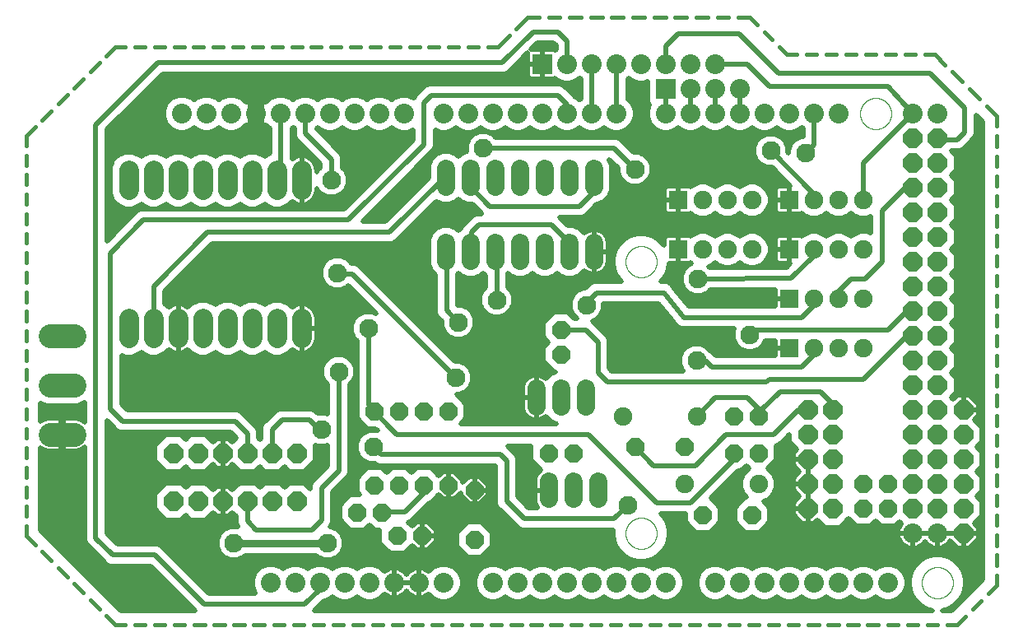
<source format=gbl>
G75*
%MOIN*%
%OFA0B0*%
%FSLAX25Y25*%
%IPPOS*%
%LPD*%
%AMOC8*
5,1,8,0,0,1.08239X$1,22.5*
%
%ADD10C,0.01600*%
%ADD11OC8,0.08000*%
%ADD12OC8,0.07200*%
%ADD13C,0.07543*%
%ADD14C,0.07200*%
%ADD15R,0.07543X0.07543*%
%ADD16C,0.08000*%
%ADD17C,0.00000*%
%ADD18C,0.09500*%
%ADD19C,0.08000*%
%ADD20R,0.08000X0.08000*%
%ADD21C,0.02000*%
%ADD22C,0.07600*%
%ADD23C,0.06600*%
%ADD24C,0.03000*%
D10*
X0083669Y0064144D02*
X0087349Y0060464D01*
X0090133Y0057680D02*
X0093813Y0054000D01*
X0097898Y0054000D01*
X0101835Y0054000D02*
X0105920Y0054000D01*
X0109857Y0054000D02*
X0113941Y0054000D01*
X0117878Y0054000D02*
X0121963Y0054000D01*
X0125900Y0054000D02*
X0129985Y0054000D01*
X0133922Y0054000D02*
X0138007Y0054000D01*
X0141944Y0054000D02*
X0146029Y0054000D01*
X0149966Y0054000D02*
X0154050Y0054000D01*
X0157987Y0054000D02*
X0162072Y0054000D01*
X0166009Y0054000D02*
X0170094Y0054000D01*
X0174031Y0054000D02*
X0178116Y0054000D01*
X0182053Y0054000D02*
X0186137Y0054000D01*
X0190074Y0054000D02*
X0194159Y0054000D01*
X0198096Y0054000D02*
X0202181Y0054000D01*
X0206118Y0054000D02*
X0210203Y0054000D01*
X0214140Y0054000D02*
X0218225Y0054000D01*
X0222162Y0054000D02*
X0226246Y0054000D01*
X0230183Y0054000D02*
X0234268Y0054000D01*
X0238205Y0054000D02*
X0242290Y0054000D01*
X0246227Y0054000D02*
X0250312Y0054000D01*
X0254249Y0054000D02*
X0258334Y0054000D01*
X0262271Y0054000D02*
X0266355Y0054000D01*
X0270292Y0054000D02*
X0274377Y0054000D01*
X0278314Y0054000D02*
X0282399Y0054000D01*
X0286336Y0054000D02*
X0290421Y0054000D01*
X0294358Y0054000D02*
X0298443Y0054000D01*
X0302380Y0054000D02*
X0306464Y0054000D01*
X0310401Y0054000D02*
X0314486Y0054000D01*
X0318423Y0054000D02*
X0322508Y0054000D01*
X0326445Y0054000D02*
X0330530Y0054000D01*
X0334467Y0054000D02*
X0338552Y0054000D01*
X0342489Y0054000D02*
X0346573Y0054000D01*
X0350510Y0054000D02*
X0354595Y0054000D01*
X0358532Y0054000D02*
X0362617Y0054000D01*
X0366554Y0054000D02*
X0370639Y0054000D01*
X0374576Y0054000D02*
X0378660Y0054000D01*
X0382597Y0054000D02*
X0386682Y0054000D01*
X0390619Y0054000D02*
X0394704Y0054000D01*
X0398641Y0054000D02*
X0402726Y0054000D01*
X0406663Y0054000D02*
X0410748Y0054000D01*
X0414685Y0054000D02*
X0418769Y0054000D01*
X0422706Y0054000D02*
X0426791Y0054000D01*
X0430728Y0054000D02*
X0434813Y0054000D01*
X0438290Y0057477D01*
X0441074Y0060261D02*
X0444552Y0063739D01*
X0447336Y0066523D02*
X0450813Y0070000D01*
X0450813Y0074144D01*
X0450813Y0078081D02*
X0450813Y0082224D01*
X0450813Y0086161D02*
X0450813Y0090305D01*
X0450813Y0094242D02*
X0450813Y0098386D01*
X0450813Y0102323D02*
X0450813Y0106467D01*
X0450813Y0110404D02*
X0450813Y0114547D01*
X0450813Y0118484D02*
X0450813Y0122628D01*
X0450813Y0126565D02*
X0450813Y0130709D01*
X0450813Y0134646D02*
X0450813Y0138789D01*
X0450813Y0142726D02*
X0450813Y0146870D01*
X0450813Y0150807D02*
X0450813Y0154951D01*
X0450813Y0158888D02*
X0450813Y0163031D01*
X0450813Y0166969D02*
X0450813Y0171112D01*
X0450813Y0175049D02*
X0450813Y0179193D01*
X0450813Y0183130D02*
X0450813Y0187274D01*
X0450813Y0191211D02*
X0450813Y0195354D01*
X0450813Y0199291D02*
X0450813Y0203435D01*
X0450813Y0207372D02*
X0450813Y0211516D01*
X0450813Y0215453D02*
X0450813Y0219596D01*
X0450813Y0223533D02*
X0450813Y0227677D01*
X0450813Y0231614D02*
X0450813Y0235758D01*
X0450813Y0239695D02*
X0450813Y0243839D01*
X0450813Y0247776D02*
X0450813Y0251919D01*
X0450813Y0255856D02*
X0450813Y0260000D01*
X0446651Y0264162D01*
X0443867Y0266946D02*
X0439705Y0271108D01*
X0436921Y0273892D02*
X0432759Y0278054D01*
X0429975Y0280838D02*
X0425813Y0285000D01*
X0421758Y0285000D01*
X0417821Y0285000D02*
X0413766Y0285000D01*
X0409829Y0285000D02*
X0405774Y0285000D01*
X0401837Y0285000D02*
X0397782Y0285000D01*
X0393845Y0285000D02*
X0389789Y0285000D01*
X0385852Y0285000D02*
X0381797Y0285000D01*
X0377860Y0285000D02*
X0373805Y0285000D01*
X0369868Y0285000D02*
X0365813Y0285000D01*
X0362669Y0288144D01*
X0359885Y0290928D02*
X0356741Y0294072D01*
X0353957Y0296856D02*
X0350813Y0300000D01*
X0346210Y0300000D01*
X0342273Y0300000D02*
X0337671Y0300000D01*
X0333734Y0300000D02*
X0329131Y0300000D01*
X0325194Y0300000D02*
X0320591Y0300000D01*
X0316654Y0300000D02*
X0312051Y0300000D01*
X0308114Y0300000D02*
X0303512Y0300000D01*
X0299575Y0300000D02*
X0294972Y0300000D01*
X0291035Y0300000D02*
X0286432Y0300000D01*
X0282495Y0300000D02*
X0277892Y0300000D01*
X0273955Y0300000D02*
X0269353Y0300000D01*
X0265416Y0300000D02*
X0260813Y0300000D01*
X0256205Y0295392D01*
X0253421Y0292608D02*
X0248813Y0288000D01*
X0244803Y0288000D01*
X0240866Y0288000D02*
X0236856Y0288000D01*
X0232919Y0288000D02*
X0228909Y0288000D01*
X0224972Y0288000D02*
X0220963Y0288000D01*
X0217026Y0288000D02*
X0213016Y0288000D01*
X0209079Y0288000D02*
X0205069Y0288000D01*
X0201132Y0288000D02*
X0197122Y0288000D01*
X0193185Y0288000D02*
X0189175Y0288000D01*
X0185238Y0288000D02*
X0181228Y0288000D01*
X0177291Y0288000D02*
X0173282Y0288000D01*
X0169345Y0288000D02*
X0165335Y0288000D01*
X0161398Y0288000D02*
X0157388Y0288000D01*
X0153451Y0288000D02*
X0149441Y0288000D01*
X0145504Y0288000D02*
X0141494Y0288000D01*
X0137557Y0288000D02*
X0133547Y0288000D01*
X0129610Y0288000D02*
X0125600Y0288000D01*
X0121663Y0288000D02*
X0117654Y0288000D01*
X0113717Y0288000D02*
X0109707Y0288000D01*
X0105770Y0288000D02*
X0101760Y0288000D01*
X0097823Y0288000D02*
X0093813Y0288000D01*
X0090133Y0284320D01*
X0087349Y0281536D02*
X0083669Y0277856D01*
X0080885Y0275072D02*
X0077205Y0271392D01*
X0074421Y0268608D02*
X0070741Y0264928D01*
X0067957Y0262144D02*
X0064277Y0258464D01*
X0061493Y0255680D02*
X0057813Y0252000D01*
X0057813Y0248035D01*
X0057813Y0244098D02*
X0057813Y0240133D01*
X0057813Y0236196D02*
X0057813Y0232232D01*
X0057813Y0228295D02*
X0057813Y0224330D01*
X0057813Y0220393D02*
X0057813Y0216428D01*
X0057813Y0212491D02*
X0057813Y0208526D01*
X0057813Y0204589D02*
X0057813Y0200625D01*
X0057813Y0196688D02*
X0057813Y0192723D01*
X0057813Y0188786D02*
X0057813Y0184821D01*
X0057813Y0180884D02*
X0057813Y0176919D01*
X0057813Y0172982D02*
X0057813Y0169018D01*
X0057813Y0165081D02*
X0057813Y0161116D01*
X0057813Y0157179D02*
X0057813Y0153214D01*
X0057813Y0149277D02*
X0057813Y0145312D01*
X0057813Y0141375D02*
X0057813Y0137411D01*
X0057813Y0133474D02*
X0057813Y0129509D01*
X0057813Y0125572D02*
X0057813Y0121607D01*
X0057813Y0117670D02*
X0057813Y0113705D01*
X0057813Y0109768D02*
X0057813Y0105804D01*
X0057813Y0101867D02*
X0057813Y0097902D01*
X0057813Y0093965D02*
X0057813Y0090000D01*
X0061493Y0086320D01*
X0064277Y0083536D02*
X0067957Y0079856D01*
X0070741Y0077072D02*
X0074421Y0073392D01*
X0077205Y0070608D02*
X0080885Y0066928D01*
D11*
X0117313Y0104000D03*
X0127313Y0104000D03*
X0137313Y0104000D03*
X0147313Y0104000D03*
X0157313Y0104000D03*
X0167313Y0104000D03*
X0167313Y0123500D03*
X0157313Y0123500D03*
X0147313Y0123500D03*
X0137313Y0123500D03*
X0127313Y0123500D03*
X0117313Y0123500D03*
X0374313Y0121000D03*
X0384313Y0121000D03*
X0384313Y0111000D03*
X0374313Y0111000D03*
X0374313Y0101000D03*
X0384313Y0101000D03*
X0416813Y0101000D03*
X0426813Y0101000D03*
X0437313Y0101000D03*
X0437313Y0091000D03*
X0437313Y0111000D03*
X0426813Y0111000D03*
X0416813Y0111000D03*
X0416813Y0121000D03*
X0426813Y0121000D03*
X0437313Y0121000D03*
X0437313Y0131000D03*
X0426813Y0131000D03*
X0416813Y0131000D03*
X0416813Y0141000D03*
X0426813Y0141000D03*
X0437313Y0141000D03*
X0426813Y0151000D03*
X0416813Y0151000D03*
X0416813Y0161000D03*
X0426813Y0161000D03*
X0426813Y0171000D03*
X0416813Y0171000D03*
X0416813Y0181000D03*
X0426813Y0181000D03*
X0426813Y0191000D03*
X0416813Y0191000D03*
X0416813Y0201000D03*
X0426813Y0201000D03*
X0426813Y0211000D03*
X0416813Y0211000D03*
X0416813Y0221000D03*
X0426813Y0221000D03*
X0426813Y0231000D03*
X0416813Y0231000D03*
X0416813Y0241000D03*
X0426813Y0241000D03*
X0426813Y0251000D03*
X0416813Y0251000D03*
X0384313Y0141000D03*
X0374313Y0141000D03*
X0374313Y0131000D03*
X0384313Y0131000D03*
D12*
X0396813Y0111000D03*
X0406813Y0111000D03*
X0406813Y0101000D03*
X0396813Y0101000D03*
X0354313Y0123500D03*
X0344313Y0123500D03*
X0344313Y0138500D03*
X0354313Y0138500D03*
X0324313Y0126000D03*
X0304313Y0126000D03*
X0279313Y0123500D03*
X0269313Y0123500D03*
X0239313Y0108500D03*
X0228813Y0110500D03*
X0218813Y0110500D03*
X0208813Y0110500D03*
X0198813Y0110500D03*
X0201813Y0099500D03*
X0191813Y0099500D03*
X0208063Y0090000D03*
X0218063Y0090000D03*
X0239313Y0088500D03*
X0228813Y0140500D03*
X0218813Y0140500D03*
X0208813Y0140500D03*
X0198813Y0140500D03*
X0274313Y0163500D03*
X0274313Y0173500D03*
X0331813Y0098500D03*
X0351813Y0098500D03*
D13*
X0354313Y0111000D03*
X0324313Y0111000D03*
X0329313Y0138500D03*
X0299313Y0138500D03*
X0376813Y0166000D03*
X0386813Y0166000D03*
X0396813Y0166000D03*
X0396813Y0186000D03*
X0386813Y0186000D03*
X0376813Y0186000D03*
X0376813Y0206000D03*
X0386813Y0206000D03*
X0396813Y0206000D03*
X0396813Y0226000D03*
X0386813Y0226000D03*
X0376813Y0226000D03*
X0351813Y0226000D03*
X0341813Y0226000D03*
X0331813Y0226000D03*
X0331813Y0206000D03*
X0341813Y0206000D03*
X0351813Y0206000D03*
D14*
X0287813Y0208600D02*
X0287813Y0201400D01*
X0277813Y0201400D02*
X0277813Y0208600D01*
X0267813Y0208600D02*
X0267813Y0201400D01*
X0257813Y0201400D02*
X0257813Y0208600D01*
X0247813Y0208600D02*
X0247813Y0201400D01*
X0237813Y0201400D02*
X0237813Y0208600D01*
X0227813Y0208600D02*
X0227813Y0201400D01*
X0227813Y0231400D02*
X0227813Y0238600D01*
X0237813Y0238600D02*
X0237813Y0231400D01*
X0247813Y0231400D02*
X0247813Y0238600D01*
X0257813Y0238600D02*
X0257813Y0231400D01*
X0267813Y0231400D02*
X0267813Y0238600D01*
X0277813Y0238600D02*
X0277813Y0231400D01*
X0287813Y0231400D02*
X0287813Y0238600D01*
X0284313Y0149600D02*
X0284313Y0142400D01*
X0274313Y0142400D02*
X0274313Y0149600D01*
X0264313Y0149600D02*
X0264313Y0142400D01*
X0269313Y0112100D02*
X0269313Y0104900D01*
X0279313Y0104900D02*
X0279313Y0112100D01*
X0289313Y0112100D02*
X0289313Y0104900D01*
D15*
X0366813Y0166000D03*
X0366813Y0186000D03*
X0366813Y0206000D03*
X0366813Y0226000D03*
X0321813Y0226000D03*
X0321813Y0206000D03*
D16*
X0316813Y0261000D03*
X0326813Y0261000D03*
X0336813Y0261000D03*
X0346813Y0261000D03*
X0356813Y0261000D03*
X0366813Y0261000D03*
X0376813Y0261000D03*
X0386813Y0261000D03*
X0416813Y0261000D03*
X0426813Y0261000D03*
X0346813Y0271000D03*
X0336813Y0271000D03*
X0326813Y0271000D03*
X0326813Y0281000D03*
X0316813Y0281000D03*
X0306813Y0281000D03*
X0296813Y0281000D03*
X0286813Y0281000D03*
X0276813Y0281000D03*
X0276813Y0261000D03*
X0266813Y0261000D03*
X0256813Y0261000D03*
X0246813Y0261000D03*
X0236813Y0261000D03*
X0226813Y0261000D03*
X0210813Y0261000D03*
X0200813Y0261000D03*
X0190813Y0261000D03*
X0180813Y0261000D03*
X0170813Y0261000D03*
X0160813Y0261000D03*
X0150813Y0261000D03*
X0140813Y0261000D03*
X0130813Y0261000D03*
X0120813Y0261000D03*
X0286813Y0261000D03*
X0296813Y0261000D03*
X0336813Y0281000D03*
X0416813Y0091000D03*
X0426813Y0091000D03*
X0406813Y0071000D03*
X0396813Y0071000D03*
X0386813Y0071000D03*
X0376813Y0071000D03*
X0366813Y0071000D03*
X0356813Y0071000D03*
X0346813Y0071000D03*
X0336813Y0071000D03*
X0316813Y0071000D03*
X0306813Y0071000D03*
X0296813Y0071000D03*
X0286813Y0071000D03*
X0276813Y0071000D03*
X0266813Y0071000D03*
X0256813Y0071000D03*
X0246813Y0071000D03*
X0226813Y0071000D03*
X0216813Y0071000D03*
X0206813Y0071000D03*
X0196813Y0071000D03*
X0186813Y0071000D03*
X0176813Y0071000D03*
X0166813Y0071000D03*
X0156813Y0071000D03*
D17*
X0300514Y0091000D02*
X0300516Y0091158D01*
X0300522Y0091316D01*
X0300532Y0091474D01*
X0300546Y0091632D01*
X0300564Y0091789D01*
X0300585Y0091946D01*
X0300611Y0092102D01*
X0300641Y0092258D01*
X0300674Y0092413D01*
X0300712Y0092566D01*
X0300753Y0092719D01*
X0300798Y0092871D01*
X0300847Y0093022D01*
X0300900Y0093171D01*
X0300956Y0093319D01*
X0301016Y0093465D01*
X0301080Y0093610D01*
X0301148Y0093753D01*
X0301219Y0093895D01*
X0301293Y0094035D01*
X0301371Y0094172D01*
X0301453Y0094308D01*
X0301537Y0094442D01*
X0301626Y0094573D01*
X0301717Y0094702D01*
X0301812Y0094829D01*
X0301909Y0094954D01*
X0302010Y0095076D01*
X0302114Y0095195D01*
X0302221Y0095312D01*
X0302331Y0095426D01*
X0302444Y0095537D01*
X0302559Y0095646D01*
X0302677Y0095751D01*
X0302798Y0095853D01*
X0302921Y0095953D01*
X0303047Y0096049D01*
X0303175Y0096142D01*
X0303305Y0096232D01*
X0303438Y0096318D01*
X0303573Y0096402D01*
X0303709Y0096481D01*
X0303848Y0096558D01*
X0303989Y0096630D01*
X0304131Y0096700D01*
X0304275Y0096765D01*
X0304421Y0096827D01*
X0304568Y0096885D01*
X0304717Y0096940D01*
X0304867Y0096991D01*
X0305018Y0097038D01*
X0305170Y0097081D01*
X0305323Y0097120D01*
X0305478Y0097156D01*
X0305633Y0097187D01*
X0305789Y0097215D01*
X0305945Y0097239D01*
X0306102Y0097259D01*
X0306260Y0097275D01*
X0306417Y0097287D01*
X0306576Y0097295D01*
X0306734Y0097299D01*
X0306892Y0097299D01*
X0307050Y0097295D01*
X0307209Y0097287D01*
X0307366Y0097275D01*
X0307524Y0097259D01*
X0307681Y0097239D01*
X0307837Y0097215D01*
X0307993Y0097187D01*
X0308148Y0097156D01*
X0308303Y0097120D01*
X0308456Y0097081D01*
X0308608Y0097038D01*
X0308759Y0096991D01*
X0308909Y0096940D01*
X0309058Y0096885D01*
X0309205Y0096827D01*
X0309351Y0096765D01*
X0309495Y0096700D01*
X0309637Y0096630D01*
X0309778Y0096558D01*
X0309917Y0096481D01*
X0310053Y0096402D01*
X0310188Y0096318D01*
X0310321Y0096232D01*
X0310451Y0096142D01*
X0310579Y0096049D01*
X0310705Y0095953D01*
X0310828Y0095853D01*
X0310949Y0095751D01*
X0311067Y0095646D01*
X0311182Y0095537D01*
X0311295Y0095426D01*
X0311405Y0095312D01*
X0311512Y0095195D01*
X0311616Y0095076D01*
X0311717Y0094954D01*
X0311814Y0094829D01*
X0311909Y0094702D01*
X0312000Y0094573D01*
X0312089Y0094442D01*
X0312173Y0094308D01*
X0312255Y0094172D01*
X0312333Y0094035D01*
X0312407Y0093895D01*
X0312478Y0093753D01*
X0312546Y0093610D01*
X0312610Y0093465D01*
X0312670Y0093319D01*
X0312726Y0093171D01*
X0312779Y0093022D01*
X0312828Y0092871D01*
X0312873Y0092719D01*
X0312914Y0092566D01*
X0312952Y0092413D01*
X0312985Y0092258D01*
X0313015Y0092102D01*
X0313041Y0091946D01*
X0313062Y0091789D01*
X0313080Y0091632D01*
X0313094Y0091474D01*
X0313104Y0091316D01*
X0313110Y0091158D01*
X0313112Y0091000D01*
X0313110Y0090842D01*
X0313104Y0090684D01*
X0313094Y0090526D01*
X0313080Y0090368D01*
X0313062Y0090211D01*
X0313041Y0090054D01*
X0313015Y0089898D01*
X0312985Y0089742D01*
X0312952Y0089587D01*
X0312914Y0089434D01*
X0312873Y0089281D01*
X0312828Y0089129D01*
X0312779Y0088978D01*
X0312726Y0088829D01*
X0312670Y0088681D01*
X0312610Y0088535D01*
X0312546Y0088390D01*
X0312478Y0088247D01*
X0312407Y0088105D01*
X0312333Y0087965D01*
X0312255Y0087828D01*
X0312173Y0087692D01*
X0312089Y0087558D01*
X0312000Y0087427D01*
X0311909Y0087298D01*
X0311814Y0087171D01*
X0311717Y0087046D01*
X0311616Y0086924D01*
X0311512Y0086805D01*
X0311405Y0086688D01*
X0311295Y0086574D01*
X0311182Y0086463D01*
X0311067Y0086354D01*
X0310949Y0086249D01*
X0310828Y0086147D01*
X0310705Y0086047D01*
X0310579Y0085951D01*
X0310451Y0085858D01*
X0310321Y0085768D01*
X0310188Y0085682D01*
X0310053Y0085598D01*
X0309917Y0085519D01*
X0309778Y0085442D01*
X0309637Y0085370D01*
X0309495Y0085300D01*
X0309351Y0085235D01*
X0309205Y0085173D01*
X0309058Y0085115D01*
X0308909Y0085060D01*
X0308759Y0085009D01*
X0308608Y0084962D01*
X0308456Y0084919D01*
X0308303Y0084880D01*
X0308148Y0084844D01*
X0307993Y0084813D01*
X0307837Y0084785D01*
X0307681Y0084761D01*
X0307524Y0084741D01*
X0307366Y0084725D01*
X0307209Y0084713D01*
X0307050Y0084705D01*
X0306892Y0084701D01*
X0306734Y0084701D01*
X0306576Y0084705D01*
X0306417Y0084713D01*
X0306260Y0084725D01*
X0306102Y0084741D01*
X0305945Y0084761D01*
X0305789Y0084785D01*
X0305633Y0084813D01*
X0305478Y0084844D01*
X0305323Y0084880D01*
X0305170Y0084919D01*
X0305018Y0084962D01*
X0304867Y0085009D01*
X0304717Y0085060D01*
X0304568Y0085115D01*
X0304421Y0085173D01*
X0304275Y0085235D01*
X0304131Y0085300D01*
X0303989Y0085370D01*
X0303848Y0085442D01*
X0303709Y0085519D01*
X0303573Y0085598D01*
X0303438Y0085682D01*
X0303305Y0085768D01*
X0303175Y0085858D01*
X0303047Y0085951D01*
X0302921Y0086047D01*
X0302798Y0086147D01*
X0302677Y0086249D01*
X0302559Y0086354D01*
X0302444Y0086463D01*
X0302331Y0086574D01*
X0302221Y0086688D01*
X0302114Y0086805D01*
X0302010Y0086924D01*
X0301909Y0087046D01*
X0301812Y0087171D01*
X0301717Y0087298D01*
X0301626Y0087427D01*
X0301537Y0087558D01*
X0301453Y0087692D01*
X0301371Y0087828D01*
X0301293Y0087965D01*
X0301219Y0088105D01*
X0301148Y0088247D01*
X0301080Y0088390D01*
X0301016Y0088535D01*
X0300956Y0088681D01*
X0300900Y0088829D01*
X0300847Y0088978D01*
X0300798Y0089129D01*
X0300753Y0089281D01*
X0300712Y0089434D01*
X0300674Y0089587D01*
X0300641Y0089742D01*
X0300611Y0089898D01*
X0300585Y0090054D01*
X0300564Y0090211D01*
X0300546Y0090368D01*
X0300532Y0090526D01*
X0300522Y0090684D01*
X0300516Y0090842D01*
X0300514Y0091000D01*
X0420514Y0071000D02*
X0420516Y0071158D01*
X0420522Y0071316D01*
X0420532Y0071474D01*
X0420546Y0071632D01*
X0420564Y0071789D01*
X0420585Y0071946D01*
X0420611Y0072102D01*
X0420641Y0072258D01*
X0420674Y0072413D01*
X0420712Y0072566D01*
X0420753Y0072719D01*
X0420798Y0072871D01*
X0420847Y0073022D01*
X0420900Y0073171D01*
X0420956Y0073319D01*
X0421016Y0073465D01*
X0421080Y0073610D01*
X0421148Y0073753D01*
X0421219Y0073895D01*
X0421293Y0074035D01*
X0421371Y0074172D01*
X0421453Y0074308D01*
X0421537Y0074442D01*
X0421626Y0074573D01*
X0421717Y0074702D01*
X0421812Y0074829D01*
X0421909Y0074954D01*
X0422010Y0075076D01*
X0422114Y0075195D01*
X0422221Y0075312D01*
X0422331Y0075426D01*
X0422444Y0075537D01*
X0422559Y0075646D01*
X0422677Y0075751D01*
X0422798Y0075853D01*
X0422921Y0075953D01*
X0423047Y0076049D01*
X0423175Y0076142D01*
X0423305Y0076232D01*
X0423438Y0076318D01*
X0423573Y0076402D01*
X0423709Y0076481D01*
X0423848Y0076558D01*
X0423989Y0076630D01*
X0424131Y0076700D01*
X0424275Y0076765D01*
X0424421Y0076827D01*
X0424568Y0076885D01*
X0424717Y0076940D01*
X0424867Y0076991D01*
X0425018Y0077038D01*
X0425170Y0077081D01*
X0425323Y0077120D01*
X0425478Y0077156D01*
X0425633Y0077187D01*
X0425789Y0077215D01*
X0425945Y0077239D01*
X0426102Y0077259D01*
X0426260Y0077275D01*
X0426417Y0077287D01*
X0426576Y0077295D01*
X0426734Y0077299D01*
X0426892Y0077299D01*
X0427050Y0077295D01*
X0427209Y0077287D01*
X0427366Y0077275D01*
X0427524Y0077259D01*
X0427681Y0077239D01*
X0427837Y0077215D01*
X0427993Y0077187D01*
X0428148Y0077156D01*
X0428303Y0077120D01*
X0428456Y0077081D01*
X0428608Y0077038D01*
X0428759Y0076991D01*
X0428909Y0076940D01*
X0429058Y0076885D01*
X0429205Y0076827D01*
X0429351Y0076765D01*
X0429495Y0076700D01*
X0429637Y0076630D01*
X0429778Y0076558D01*
X0429917Y0076481D01*
X0430053Y0076402D01*
X0430188Y0076318D01*
X0430321Y0076232D01*
X0430451Y0076142D01*
X0430579Y0076049D01*
X0430705Y0075953D01*
X0430828Y0075853D01*
X0430949Y0075751D01*
X0431067Y0075646D01*
X0431182Y0075537D01*
X0431295Y0075426D01*
X0431405Y0075312D01*
X0431512Y0075195D01*
X0431616Y0075076D01*
X0431717Y0074954D01*
X0431814Y0074829D01*
X0431909Y0074702D01*
X0432000Y0074573D01*
X0432089Y0074442D01*
X0432173Y0074308D01*
X0432255Y0074172D01*
X0432333Y0074035D01*
X0432407Y0073895D01*
X0432478Y0073753D01*
X0432546Y0073610D01*
X0432610Y0073465D01*
X0432670Y0073319D01*
X0432726Y0073171D01*
X0432779Y0073022D01*
X0432828Y0072871D01*
X0432873Y0072719D01*
X0432914Y0072566D01*
X0432952Y0072413D01*
X0432985Y0072258D01*
X0433015Y0072102D01*
X0433041Y0071946D01*
X0433062Y0071789D01*
X0433080Y0071632D01*
X0433094Y0071474D01*
X0433104Y0071316D01*
X0433110Y0071158D01*
X0433112Y0071000D01*
X0433110Y0070842D01*
X0433104Y0070684D01*
X0433094Y0070526D01*
X0433080Y0070368D01*
X0433062Y0070211D01*
X0433041Y0070054D01*
X0433015Y0069898D01*
X0432985Y0069742D01*
X0432952Y0069587D01*
X0432914Y0069434D01*
X0432873Y0069281D01*
X0432828Y0069129D01*
X0432779Y0068978D01*
X0432726Y0068829D01*
X0432670Y0068681D01*
X0432610Y0068535D01*
X0432546Y0068390D01*
X0432478Y0068247D01*
X0432407Y0068105D01*
X0432333Y0067965D01*
X0432255Y0067828D01*
X0432173Y0067692D01*
X0432089Y0067558D01*
X0432000Y0067427D01*
X0431909Y0067298D01*
X0431814Y0067171D01*
X0431717Y0067046D01*
X0431616Y0066924D01*
X0431512Y0066805D01*
X0431405Y0066688D01*
X0431295Y0066574D01*
X0431182Y0066463D01*
X0431067Y0066354D01*
X0430949Y0066249D01*
X0430828Y0066147D01*
X0430705Y0066047D01*
X0430579Y0065951D01*
X0430451Y0065858D01*
X0430321Y0065768D01*
X0430188Y0065682D01*
X0430053Y0065598D01*
X0429917Y0065519D01*
X0429778Y0065442D01*
X0429637Y0065370D01*
X0429495Y0065300D01*
X0429351Y0065235D01*
X0429205Y0065173D01*
X0429058Y0065115D01*
X0428909Y0065060D01*
X0428759Y0065009D01*
X0428608Y0064962D01*
X0428456Y0064919D01*
X0428303Y0064880D01*
X0428148Y0064844D01*
X0427993Y0064813D01*
X0427837Y0064785D01*
X0427681Y0064761D01*
X0427524Y0064741D01*
X0427366Y0064725D01*
X0427209Y0064713D01*
X0427050Y0064705D01*
X0426892Y0064701D01*
X0426734Y0064701D01*
X0426576Y0064705D01*
X0426417Y0064713D01*
X0426260Y0064725D01*
X0426102Y0064741D01*
X0425945Y0064761D01*
X0425789Y0064785D01*
X0425633Y0064813D01*
X0425478Y0064844D01*
X0425323Y0064880D01*
X0425170Y0064919D01*
X0425018Y0064962D01*
X0424867Y0065009D01*
X0424717Y0065060D01*
X0424568Y0065115D01*
X0424421Y0065173D01*
X0424275Y0065235D01*
X0424131Y0065300D01*
X0423989Y0065370D01*
X0423848Y0065442D01*
X0423709Y0065519D01*
X0423573Y0065598D01*
X0423438Y0065682D01*
X0423305Y0065768D01*
X0423175Y0065858D01*
X0423047Y0065951D01*
X0422921Y0066047D01*
X0422798Y0066147D01*
X0422677Y0066249D01*
X0422559Y0066354D01*
X0422444Y0066463D01*
X0422331Y0066574D01*
X0422221Y0066688D01*
X0422114Y0066805D01*
X0422010Y0066924D01*
X0421909Y0067046D01*
X0421812Y0067171D01*
X0421717Y0067298D01*
X0421626Y0067427D01*
X0421537Y0067558D01*
X0421453Y0067692D01*
X0421371Y0067828D01*
X0421293Y0067965D01*
X0421219Y0068105D01*
X0421148Y0068247D01*
X0421080Y0068390D01*
X0421016Y0068535D01*
X0420956Y0068681D01*
X0420900Y0068829D01*
X0420847Y0068978D01*
X0420798Y0069129D01*
X0420753Y0069281D01*
X0420712Y0069434D01*
X0420674Y0069587D01*
X0420641Y0069742D01*
X0420611Y0069898D01*
X0420585Y0070054D01*
X0420564Y0070211D01*
X0420546Y0070368D01*
X0420532Y0070526D01*
X0420522Y0070684D01*
X0420516Y0070842D01*
X0420514Y0071000D01*
X0300514Y0201000D02*
X0300516Y0201158D01*
X0300522Y0201316D01*
X0300532Y0201474D01*
X0300546Y0201632D01*
X0300564Y0201789D01*
X0300585Y0201946D01*
X0300611Y0202102D01*
X0300641Y0202258D01*
X0300674Y0202413D01*
X0300712Y0202566D01*
X0300753Y0202719D01*
X0300798Y0202871D01*
X0300847Y0203022D01*
X0300900Y0203171D01*
X0300956Y0203319D01*
X0301016Y0203465D01*
X0301080Y0203610D01*
X0301148Y0203753D01*
X0301219Y0203895D01*
X0301293Y0204035D01*
X0301371Y0204172D01*
X0301453Y0204308D01*
X0301537Y0204442D01*
X0301626Y0204573D01*
X0301717Y0204702D01*
X0301812Y0204829D01*
X0301909Y0204954D01*
X0302010Y0205076D01*
X0302114Y0205195D01*
X0302221Y0205312D01*
X0302331Y0205426D01*
X0302444Y0205537D01*
X0302559Y0205646D01*
X0302677Y0205751D01*
X0302798Y0205853D01*
X0302921Y0205953D01*
X0303047Y0206049D01*
X0303175Y0206142D01*
X0303305Y0206232D01*
X0303438Y0206318D01*
X0303573Y0206402D01*
X0303709Y0206481D01*
X0303848Y0206558D01*
X0303989Y0206630D01*
X0304131Y0206700D01*
X0304275Y0206765D01*
X0304421Y0206827D01*
X0304568Y0206885D01*
X0304717Y0206940D01*
X0304867Y0206991D01*
X0305018Y0207038D01*
X0305170Y0207081D01*
X0305323Y0207120D01*
X0305478Y0207156D01*
X0305633Y0207187D01*
X0305789Y0207215D01*
X0305945Y0207239D01*
X0306102Y0207259D01*
X0306260Y0207275D01*
X0306417Y0207287D01*
X0306576Y0207295D01*
X0306734Y0207299D01*
X0306892Y0207299D01*
X0307050Y0207295D01*
X0307209Y0207287D01*
X0307366Y0207275D01*
X0307524Y0207259D01*
X0307681Y0207239D01*
X0307837Y0207215D01*
X0307993Y0207187D01*
X0308148Y0207156D01*
X0308303Y0207120D01*
X0308456Y0207081D01*
X0308608Y0207038D01*
X0308759Y0206991D01*
X0308909Y0206940D01*
X0309058Y0206885D01*
X0309205Y0206827D01*
X0309351Y0206765D01*
X0309495Y0206700D01*
X0309637Y0206630D01*
X0309778Y0206558D01*
X0309917Y0206481D01*
X0310053Y0206402D01*
X0310188Y0206318D01*
X0310321Y0206232D01*
X0310451Y0206142D01*
X0310579Y0206049D01*
X0310705Y0205953D01*
X0310828Y0205853D01*
X0310949Y0205751D01*
X0311067Y0205646D01*
X0311182Y0205537D01*
X0311295Y0205426D01*
X0311405Y0205312D01*
X0311512Y0205195D01*
X0311616Y0205076D01*
X0311717Y0204954D01*
X0311814Y0204829D01*
X0311909Y0204702D01*
X0312000Y0204573D01*
X0312089Y0204442D01*
X0312173Y0204308D01*
X0312255Y0204172D01*
X0312333Y0204035D01*
X0312407Y0203895D01*
X0312478Y0203753D01*
X0312546Y0203610D01*
X0312610Y0203465D01*
X0312670Y0203319D01*
X0312726Y0203171D01*
X0312779Y0203022D01*
X0312828Y0202871D01*
X0312873Y0202719D01*
X0312914Y0202566D01*
X0312952Y0202413D01*
X0312985Y0202258D01*
X0313015Y0202102D01*
X0313041Y0201946D01*
X0313062Y0201789D01*
X0313080Y0201632D01*
X0313094Y0201474D01*
X0313104Y0201316D01*
X0313110Y0201158D01*
X0313112Y0201000D01*
X0313110Y0200842D01*
X0313104Y0200684D01*
X0313094Y0200526D01*
X0313080Y0200368D01*
X0313062Y0200211D01*
X0313041Y0200054D01*
X0313015Y0199898D01*
X0312985Y0199742D01*
X0312952Y0199587D01*
X0312914Y0199434D01*
X0312873Y0199281D01*
X0312828Y0199129D01*
X0312779Y0198978D01*
X0312726Y0198829D01*
X0312670Y0198681D01*
X0312610Y0198535D01*
X0312546Y0198390D01*
X0312478Y0198247D01*
X0312407Y0198105D01*
X0312333Y0197965D01*
X0312255Y0197828D01*
X0312173Y0197692D01*
X0312089Y0197558D01*
X0312000Y0197427D01*
X0311909Y0197298D01*
X0311814Y0197171D01*
X0311717Y0197046D01*
X0311616Y0196924D01*
X0311512Y0196805D01*
X0311405Y0196688D01*
X0311295Y0196574D01*
X0311182Y0196463D01*
X0311067Y0196354D01*
X0310949Y0196249D01*
X0310828Y0196147D01*
X0310705Y0196047D01*
X0310579Y0195951D01*
X0310451Y0195858D01*
X0310321Y0195768D01*
X0310188Y0195682D01*
X0310053Y0195598D01*
X0309917Y0195519D01*
X0309778Y0195442D01*
X0309637Y0195370D01*
X0309495Y0195300D01*
X0309351Y0195235D01*
X0309205Y0195173D01*
X0309058Y0195115D01*
X0308909Y0195060D01*
X0308759Y0195009D01*
X0308608Y0194962D01*
X0308456Y0194919D01*
X0308303Y0194880D01*
X0308148Y0194844D01*
X0307993Y0194813D01*
X0307837Y0194785D01*
X0307681Y0194761D01*
X0307524Y0194741D01*
X0307366Y0194725D01*
X0307209Y0194713D01*
X0307050Y0194705D01*
X0306892Y0194701D01*
X0306734Y0194701D01*
X0306576Y0194705D01*
X0306417Y0194713D01*
X0306260Y0194725D01*
X0306102Y0194741D01*
X0305945Y0194761D01*
X0305789Y0194785D01*
X0305633Y0194813D01*
X0305478Y0194844D01*
X0305323Y0194880D01*
X0305170Y0194919D01*
X0305018Y0194962D01*
X0304867Y0195009D01*
X0304717Y0195060D01*
X0304568Y0195115D01*
X0304421Y0195173D01*
X0304275Y0195235D01*
X0304131Y0195300D01*
X0303989Y0195370D01*
X0303848Y0195442D01*
X0303709Y0195519D01*
X0303573Y0195598D01*
X0303438Y0195682D01*
X0303305Y0195768D01*
X0303175Y0195858D01*
X0303047Y0195951D01*
X0302921Y0196047D01*
X0302798Y0196147D01*
X0302677Y0196249D01*
X0302559Y0196354D01*
X0302444Y0196463D01*
X0302331Y0196574D01*
X0302221Y0196688D01*
X0302114Y0196805D01*
X0302010Y0196924D01*
X0301909Y0197046D01*
X0301812Y0197171D01*
X0301717Y0197298D01*
X0301626Y0197427D01*
X0301537Y0197558D01*
X0301453Y0197692D01*
X0301371Y0197828D01*
X0301293Y0197965D01*
X0301219Y0198105D01*
X0301148Y0198247D01*
X0301080Y0198390D01*
X0301016Y0198535D01*
X0300956Y0198681D01*
X0300900Y0198829D01*
X0300847Y0198978D01*
X0300798Y0199129D01*
X0300753Y0199281D01*
X0300712Y0199434D01*
X0300674Y0199587D01*
X0300641Y0199742D01*
X0300611Y0199898D01*
X0300585Y0200054D01*
X0300564Y0200211D01*
X0300546Y0200368D01*
X0300532Y0200526D01*
X0300522Y0200684D01*
X0300516Y0200842D01*
X0300514Y0201000D01*
X0395514Y0261000D02*
X0395516Y0261158D01*
X0395522Y0261316D01*
X0395532Y0261474D01*
X0395546Y0261632D01*
X0395564Y0261789D01*
X0395585Y0261946D01*
X0395611Y0262102D01*
X0395641Y0262258D01*
X0395674Y0262413D01*
X0395712Y0262566D01*
X0395753Y0262719D01*
X0395798Y0262871D01*
X0395847Y0263022D01*
X0395900Y0263171D01*
X0395956Y0263319D01*
X0396016Y0263465D01*
X0396080Y0263610D01*
X0396148Y0263753D01*
X0396219Y0263895D01*
X0396293Y0264035D01*
X0396371Y0264172D01*
X0396453Y0264308D01*
X0396537Y0264442D01*
X0396626Y0264573D01*
X0396717Y0264702D01*
X0396812Y0264829D01*
X0396909Y0264954D01*
X0397010Y0265076D01*
X0397114Y0265195D01*
X0397221Y0265312D01*
X0397331Y0265426D01*
X0397444Y0265537D01*
X0397559Y0265646D01*
X0397677Y0265751D01*
X0397798Y0265853D01*
X0397921Y0265953D01*
X0398047Y0266049D01*
X0398175Y0266142D01*
X0398305Y0266232D01*
X0398438Y0266318D01*
X0398573Y0266402D01*
X0398709Y0266481D01*
X0398848Y0266558D01*
X0398989Y0266630D01*
X0399131Y0266700D01*
X0399275Y0266765D01*
X0399421Y0266827D01*
X0399568Y0266885D01*
X0399717Y0266940D01*
X0399867Y0266991D01*
X0400018Y0267038D01*
X0400170Y0267081D01*
X0400323Y0267120D01*
X0400478Y0267156D01*
X0400633Y0267187D01*
X0400789Y0267215D01*
X0400945Y0267239D01*
X0401102Y0267259D01*
X0401260Y0267275D01*
X0401417Y0267287D01*
X0401576Y0267295D01*
X0401734Y0267299D01*
X0401892Y0267299D01*
X0402050Y0267295D01*
X0402209Y0267287D01*
X0402366Y0267275D01*
X0402524Y0267259D01*
X0402681Y0267239D01*
X0402837Y0267215D01*
X0402993Y0267187D01*
X0403148Y0267156D01*
X0403303Y0267120D01*
X0403456Y0267081D01*
X0403608Y0267038D01*
X0403759Y0266991D01*
X0403909Y0266940D01*
X0404058Y0266885D01*
X0404205Y0266827D01*
X0404351Y0266765D01*
X0404495Y0266700D01*
X0404637Y0266630D01*
X0404778Y0266558D01*
X0404917Y0266481D01*
X0405053Y0266402D01*
X0405188Y0266318D01*
X0405321Y0266232D01*
X0405451Y0266142D01*
X0405579Y0266049D01*
X0405705Y0265953D01*
X0405828Y0265853D01*
X0405949Y0265751D01*
X0406067Y0265646D01*
X0406182Y0265537D01*
X0406295Y0265426D01*
X0406405Y0265312D01*
X0406512Y0265195D01*
X0406616Y0265076D01*
X0406717Y0264954D01*
X0406814Y0264829D01*
X0406909Y0264702D01*
X0407000Y0264573D01*
X0407089Y0264442D01*
X0407173Y0264308D01*
X0407255Y0264172D01*
X0407333Y0264035D01*
X0407407Y0263895D01*
X0407478Y0263753D01*
X0407546Y0263610D01*
X0407610Y0263465D01*
X0407670Y0263319D01*
X0407726Y0263171D01*
X0407779Y0263022D01*
X0407828Y0262871D01*
X0407873Y0262719D01*
X0407914Y0262566D01*
X0407952Y0262413D01*
X0407985Y0262258D01*
X0408015Y0262102D01*
X0408041Y0261946D01*
X0408062Y0261789D01*
X0408080Y0261632D01*
X0408094Y0261474D01*
X0408104Y0261316D01*
X0408110Y0261158D01*
X0408112Y0261000D01*
X0408110Y0260842D01*
X0408104Y0260684D01*
X0408094Y0260526D01*
X0408080Y0260368D01*
X0408062Y0260211D01*
X0408041Y0260054D01*
X0408015Y0259898D01*
X0407985Y0259742D01*
X0407952Y0259587D01*
X0407914Y0259434D01*
X0407873Y0259281D01*
X0407828Y0259129D01*
X0407779Y0258978D01*
X0407726Y0258829D01*
X0407670Y0258681D01*
X0407610Y0258535D01*
X0407546Y0258390D01*
X0407478Y0258247D01*
X0407407Y0258105D01*
X0407333Y0257965D01*
X0407255Y0257828D01*
X0407173Y0257692D01*
X0407089Y0257558D01*
X0407000Y0257427D01*
X0406909Y0257298D01*
X0406814Y0257171D01*
X0406717Y0257046D01*
X0406616Y0256924D01*
X0406512Y0256805D01*
X0406405Y0256688D01*
X0406295Y0256574D01*
X0406182Y0256463D01*
X0406067Y0256354D01*
X0405949Y0256249D01*
X0405828Y0256147D01*
X0405705Y0256047D01*
X0405579Y0255951D01*
X0405451Y0255858D01*
X0405321Y0255768D01*
X0405188Y0255682D01*
X0405053Y0255598D01*
X0404917Y0255519D01*
X0404778Y0255442D01*
X0404637Y0255370D01*
X0404495Y0255300D01*
X0404351Y0255235D01*
X0404205Y0255173D01*
X0404058Y0255115D01*
X0403909Y0255060D01*
X0403759Y0255009D01*
X0403608Y0254962D01*
X0403456Y0254919D01*
X0403303Y0254880D01*
X0403148Y0254844D01*
X0402993Y0254813D01*
X0402837Y0254785D01*
X0402681Y0254761D01*
X0402524Y0254741D01*
X0402366Y0254725D01*
X0402209Y0254713D01*
X0402050Y0254705D01*
X0401892Y0254701D01*
X0401734Y0254701D01*
X0401576Y0254705D01*
X0401417Y0254713D01*
X0401260Y0254725D01*
X0401102Y0254741D01*
X0400945Y0254761D01*
X0400789Y0254785D01*
X0400633Y0254813D01*
X0400478Y0254844D01*
X0400323Y0254880D01*
X0400170Y0254919D01*
X0400018Y0254962D01*
X0399867Y0255009D01*
X0399717Y0255060D01*
X0399568Y0255115D01*
X0399421Y0255173D01*
X0399275Y0255235D01*
X0399131Y0255300D01*
X0398989Y0255370D01*
X0398848Y0255442D01*
X0398709Y0255519D01*
X0398573Y0255598D01*
X0398438Y0255682D01*
X0398305Y0255768D01*
X0398175Y0255858D01*
X0398047Y0255951D01*
X0397921Y0256047D01*
X0397798Y0256147D01*
X0397677Y0256249D01*
X0397559Y0256354D01*
X0397444Y0256463D01*
X0397331Y0256574D01*
X0397221Y0256688D01*
X0397114Y0256805D01*
X0397010Y0256924D01*
X0396909Y0257046D01*
X0396812Y0257171D01*
X0396717Y0257298D01*
X0396626Y0257427D01*
X0396537Y0257558D01*
X0396453Y0257692D01*
X0396371Y0257828D01*
X0396293Y0257965D01*
X0396219Y0258105D01*
X0396148Y0258247D01*
X0396080Y0258390D01*
X0396016Y0258535D01*
X0395956Y0258681D01*
X0395900Y0258829D01*
X0395847Y0258978D01*
X0395798Y0259129D01*
X0395753Y0259281D01*
X0395712Y0259434D01*
X0395674Y0259587D01*
X0395641Y0259742D01*
X0395611Y0259898D01*
X0395585Y0260054D01*
X0395564Y0260211D01*
X0395546Y0260368D01*
X0395532Y0260526D01*
X0395522Y0260684D01*
X0395516Y0260842D01*
X0395514Y0261000D01*
D18*
X0077063Y0171000D02*
X0067563Y0171000D01*
X0067563Y0151000D02*
X0077063Y0151000D01*
X0077063Y0131000D02*
X0067563Y0131000D01*
D19*
X0099313Y0170000D02*
X0099313Y0178000D01*
X0109313Y0178000D02*
X0109313Y0170000D01*
X0119313Y0170000D02*
X0119313Y0178000D01*
X0129313Y0178000D02*
X0129313Y0170000D01*
X0139313Y0170000D02*
X0139313Y0178000D01*
X0149313Y0178000D02*
X0149313Y0170000D01*
X0159313Y0170000D02*
X0159313Y0178000D01*
X0169313Y0178000D02*
X0169313Y0170000D01*
X0169313Y0230000D02*
X0169313Y0238000D01*
X0159313Y0238000D02*
X0159313Y0230000D01*
X0149313Y0230000D02*
X0149313Y0238000D01*
X0139313Y0238000D02*
X0139313Y0230000D01*
X0129313Y0230000D02*
X0129313Y0238000D01*
X0119313Y0238000D02*
X0119313Y0230000D01*
X0109313Y0230000D02*
X0109313Y0238000D01*
X0099313Y0238000D02*
X0099313Y0230000D01*
D20*
X0266813Y0281000D03*
X0316813Y0271000D03*
D21*
X0316813Y0261000D01*
X0309313Y0260806D02*
X0304313Y0260806D01*
X0304313Y0259508D02*
X0304313Y0262492D01*
X0303171Y0265248D01*
X0301313Y0267107D01*
X0301313Y0274893D01*
X0301813Y0275393D01*
X0302565Y0274642D01*
X0305321Y0273500D01*
X0308305Y0273500D01*
X0309313Y0273918D01*
X0309313Y0266304D01*
X0309846Y0265017D01*
X0310209Y0264654D01*
X0309313Y0262492D01*
X0309313Y0259508D01*
X0310455Y0256752D01*
X0312565Y0254642D01*
X0315321Y0253500D01*
X0318305Y0253500D01*
X0321061Y0254642D01*
X0321813Y0255393D01*
X0322565Y0254642D01*
X0325321Y0253500D01*
X0328305Y0253500D01*
X0331061Y0254642D01*
X0331813Y0255393D01*
X0332565Y0254642D01*
X0335321Y0253500D01*
X0338305Y0253500D01*
X0341061Y0254642D01*
X0341813Y0255393D01*
X0342565Y0254642D01*
X0345321Y0253500D01*
X0348305Y0253500D01*
X0351061Y0254642D01*
X0351813Y0255393D01*
X0352565Y0254642D01*
X0355321Y0253500D01*
X0358305Y0253500D01*
X0361061Y0254642D01*
X0361813Y0255393D01*
X0362565Y0254642D01*
X0365321Y0253500D01*
X0368305Y0253500D01*
X0371061Y0254642D01*
X0371813Y0255393D01*
X0372313Y0254893D01*
X0372313Y0251800D01*
X0371960Y0251800D01*
X0369461Y0250765D01*
X0367548Y0248852D01*
X0366513Y0246353D01*
X0366513Y0245164D01*
X0366113Y0245564D01*
X0366113Y0247353D01*
X0365078Y0249852D01*
X0363165Y0251765D01*
X0360666Y0252800D01*
X0357960Y0252800D01*
X0355461Y0251765D01*
X0353548Y0249852D01*
X0352513Y0247353D01*
X0352513Y0244647D01*
X0353548Y0242148D01*
X0355461Y0240235D01*
X0357960Y0239200D01*
X0359749Y0239200D01*
X0367177Y0231772D01*
X0366813Y0231772D01*
X0362778Y0231772D01*
X0362269Y0231635D01*
X0361813Y0231372D01*
X0361441Y0231000D01*
X0361178Y0230544D01*
X0361041Y0230035D01*
X0361041Y0226000D01*
X0366813Y0226000D01*
X0366813Y0226000D01*
X0366813Y0231772D01*
X0366813Y0226000D01*
X0366813Y0220228D01*
X0370848Y0220228D01*
X0371357Y0220365D01*
X0371813Y0220628D01*
X0371857Y0220672D01*
X0372694Y0219835D01*
X0375367Y0218728D01*
X0378259Y0218728D01*
X0380932Y0219835D01*
X0381813Y0220716D01*
X0382694Y0219835D01*
X0385367Y0218728D01*
X0388259Y0218728D01*
X0390932Y0219835D01*
X0391813Y0220716D01*
X0392694Y0219835D01*
X0395367Y0218728D01*
X0398259Y0218728D01*
X0399813Y0219372D01*
X0399813Y0212628D01*
X0398259Y0213272D01*
X0395367Y0213272D01*
X0392694Y0212165D01*
X0391813Y0211284D01*
X0390932Y0212165D01*
X0388259Y0213272D01*
X0385367Y0213272D01*
X0382694Y0212165D01*
X0381813Y0211284D01*
X0380932Y0212165D01*
X0378259Y0213272D01*
X0375367Y0213272D01*
X0372694Y0212165D01*
X0371857Y0211328D01*
X0371813Y0211372D01*
X0371357Y0211635D01*
X0370848Y0211772D01*
X0366813Y0211772D01*
X0362778Y0211772D01*
X0362269Y0211635D01*
X0361813Y0211372D01*
X0361441Y0211000D01*
X0361178Y0210544D01*
X0361041Y0210035D01*
X0361041Y0206000D01*
X0366813Y0206000D01*
X0366813Y0206000D01*
X0366813Y0211772D01*
X0366813Y0206000D01*
X0366813Y0200228D01*
X0367177Y0200228D01*
X0365687Y0198738D01*
X0334896Y0198534D01*
X0334279Y0199151D01*
X0335932Y0199835D01*
X0336813Y0200716D01*
X0337694Y0199835D01*
X0340367Y0198728D01*
X0343259Y0198728D01*
X0345932Y0199835D01*
X0346813Y0200716D01*
X0347694Y0199835D01*
X0350367Y0198728D01*
X0353259Y0198728D01*
X0355932Y0199835D01*
X0357978Y0201881D01*
X0359085Y0204554D01*
X0359085Y0207446D01*
X0357978Y0210119D01*
X0355932Y0212165D01*
X0353259Y0213272D01*
X0350367Y0213272D01*
X0347694Y0212165D01*
X0346813Y0211284D01*
X0345932Y0212165D01*
X0343259Y0213272D01*
X0340367Y0213272D01*
X0337694Y0212165D01*
X0336813Y0211284D01*
X0335932Y0212165D01*
X0333259Y0213272D01*
X0330367Y0213272D01*
X0327694Y0212165D01*
X0326857Y0211328D01*
X0326813Y0211372D01*
X0326357Y0211635D01*
X0325848Y0211772D01*
X0321813Y0211772D01*
X0317778Y0211772D01*
X0317269Y0211635D01*
X0316813Y0211372D01*
X0316441Y0211000D01*
X0316178Y0210544D01*
X0316041Y0210035D01*
X0316041Y0207614D01*
X0315855Y0207938D01*
X0313751Y0210042D01*
X0311174Y0211529D01*
X0308301Y0212299D01*
X0305325Y0212299D01*
X0302452Y0211529D01*
X0299875Y0210042D01*
X0297771Y0207938D01*
X0296284Y0205361D01*
X0295514Y0202488D01*
X0295514Y0199512D01*
X0296284Y0196639D01*
X0297771Y0194062D01*
X0298834Y0193000D01*
X0287918Y0193000D01*
X0286264Y0192315D01*
X0284249Y0190300D01*
X0283460Y0190300D01*
X0280961Y0189265D01*
X0279048Y0187352D01*
X0278013Y0184853D01*
X0278013Y0182147D01*
X0279048Y0179648D01*
X0280696Y0178000D01*
X0279854Y0178000D01*
X0277254Y0180600D01*
X0271372Y0180600D01*
X0267213Y0176441D01*
X0267213Y0170559D01*
X0269272Y0168500D01*
X0267213Y0166441D01*
X0267213Y0160559D01*
X0271372Y0156400D01*
X0272177Y0156400D01*
X0270291Y0155619D01*
X0268294Y0153622D01*
X0268270Y0153563D01*
X0267961Y0153871D01*
X0267248Y0154390D01*
X0266463Y0154790D01*
X0265624Y0155062D01*
X0264754Y0155200D01*
X0264313Y0155200D01*
X0264313Y0146000D01*
X0264313Y0146000D01*
X0264313Y0136800D01*
X0264754Y0136800D01*
X0265624Y0136938D01*
X0266463Y0137210D01*
X0267248Y0137610D01*
X0267961Y0138129D01*
X0268270Y0138437D01*
X0268294Y0138378D01*
X0270291Y0136381D01*
X0272418Y0135500D01*
X0233854Y0135500D01*
X0235913Y0137559D01*
X0235913Y0143441D01*
X0232154Y0147200D01*
X0233166Y0147200D01*
X0235665Y0148235D01*
X0237578Y0150148D01*
X0238613Y0152647D01*
X0238613Y0155353D01*
X0237578Y0157852D01*
X0235665Y0159765D01*
X0233166Y0160800D01*
X0231377Y0160800D01*
X0193628Y0198549D01*
X0192362Y0199815D01*
X0190708Y0200500D01*
X0189430Y0200500D01*
X0187665Y0202265D01*
X0185166Y0203300D01*
X0182460Y0203300D01*
X0179961Y0202265D01*
X0178048Y0200352D01*
X0177013Y0197853D01*
X0177013Y0195147D01*
X0178048Y0192648D01*
X0179961Y0190735D01*
X0182460Y0189700D01*
X0185166Y0189700D01*
X0187665Y0190735D01*
X0188189Y0191260D01*
X0199344Y0180105D01*
X0197666Y0180800D01*
X0194960Y0180800D01*
X0192461Y0179765D01*
X0190548Y0177852D01*
X0189513Y0175353D01*
X0189513Y0172647D01*
X0190548Y0170148D01*
X0191813Y0168883D01*
X0191813Y0143541D01*
X0191713Y0143441D01*
X0191713Y0137559D01*
X0195872Y0133400D01*
X0199299Y0133400D01*
X0200064Y0132635D01*
X0199666Y0132800D01*
X0196960Y0132800D01*
X0194461Y0131765D01*
X0192548Y0129852D01*
X0191513Y0127353D01*
X0191513Y0124647D01*
X0192548Y0122148D01*
X0194461Y0120235D01*
X0196960Y0119200D01*
X0198749Y0119200D01*
X0198764Y0119185D01*
X0200418Y0118500D01*
X0247813Y0118500D01*
X0247813Y0103105D01*
X0248498Y0101451D01*
X0249764Y0100185D01*
X0256764Y0093185D01*
X0258418Y0092500D01*
X0295517Y0092500D01*
X0295514Y0092488D01*
X0295514Y0089512D01*
X0296284Y0086639D01*
X0297771Y0084062D01*
X0299875Y0081958D01*
X0302452Y0080471D01*
X0305325Y0079701D01*
X0308301Y0079701D01*
X0311174Y0080471D01*
X0313751Y0081958D01*
X0315855Y0084062D01*
X0317342Y0086639D01*
X0318112Y0089512D01*
X0318112Y0092488D01*
X0317342Y0095361D01*
X0315855Y0097938D01*
X0314792Y0099000D01*
X0324713Y0099000D01*
X0324713Y0095559D01*
X0328872Y0091400D01*
X0334754Y0091400D01*
X0338913Y0095559D01*
X0338913Y0101441D01*
X0335015Y0105338D01*
X0346077Y0116400D01*
X0347254Y0116400D01*
X0349313Y0118459D01*
X0350486Y0117286D01*
X0350194Y0117165D01*
X0348148Y0115119D01*
X0347041Y0112446D01*
X0347041Y0109554D01*
X0348148Y0106881D01*
X0349429Y0105600D01*
X0348872Y0105600D01*
X0344713Y0101441D01*
X0344713Y0095559D01*
X0348872Y0091400D01*
X0354754Y0091400D01*
X0358913Y0095559D01*
X0358913Y0101441D01*
X0356372Y0103982D01*
X0358432Y0104835D01*
X0360478Y0106881D01*
X0361585Y0109554D01*
X0361585Y0112446D01*
X0360478Y0115119D01*
X0358432Y0117165D01*
X0358140Y0117286D01*
X0361413Y0120559D01*
X0361413Y0126441D01*
X0361354Y0126500D01*
X0361458Y0126500D01*
X0363112Y0127185D01*
X0364378Y0128451D01*
X0366813Y0130886D01*
X0366813Y0127893D01*
X0369767Y0124939D01*
X0368313Y0123485D01*
X0368313Y0121000D01*
X0374313Y0121000D01*
X0374313Y0121000D01*
X0374313Y0115000D01*
X0374313Y0111000D01*
X0374313Y0111000D01*
X0374313Y0111000D01*
X0368313Y0111000D01*
X0368313Y0113485D01*
X0370828Y0116000D01*
X0368313Y0118515D01*
X0368313Y0121000D01*
X0374313Y0121000D01*
X0374313Y0121000D01*
X0374313Y0111000D01*
X0374313Y0105000D01*
X0374313Y0101000D01*
X0374313Y0101000D01*
X0374313Y0095000D01*
X0376798Y0095000D01*
X0378252Y0096454D01*
X0381206Y0093500D01*
X0387420Y0093500D01*
X0390846Y0096926D01*
X0393872Y0093900D01*
X0399754Y0093900D01*
X0401813Y0095959D01*
X0403872Y0093900D01*
X0409754Y0093900D01*
X0411530Y0095676D01*
X0412267Y0094939D01*
X0412236Y0094909D01*
X0411681Y0094145D01*
X0411253Y0093303D01*
X0410961Y0092405D01*
X0410813Y0091472D01*
X0410813Y0091000D01*
X0416813Y0091000D01*
X0426813Y0091000D01*
X0431313Y0091000D01*
X0437313Y0091000D01*
X0443313Y0091000D01*
X0443313Y0093485D01*
X0441859Y0094939D01*
X0444813Y0097893D01*
X0444813Y0104107D01*
X0442920Y0106000D01*
X0444813Y0107893D01*
X0444813Y0114107D01*
X0442920Y0116000D01*
X0444813Y0117893D01*
X0444813Y0124107D01*
X0442920Y0126000D01*
X0444813Y0127893D01*
X0444813Y0134107D01*
X0441859Y0137061D01*
X0443313Y0138515D01*
X0443313Y0141000D01*
X0443313Y0143485D01*
X0439798Y0147000D01*
X0437313Y0147000D01*
X0437313Y0141000D01*
X0437313Y0141000D01*
X0443313Y0141000D01*
X0437313Y0141000D01*
X0437313Y0141000D01*
X0437313Y0147000D01*
X0434828Y0147000D01*
X0433124Y0145296D01*
X0432420Y0146000D01*
X0434313Y0147893D01*
X0434313Y0154107D01*
X0432420Y0156000D01*
X0434313Y0157893D01*
X0434313Y0164107D01*
X0432420Y0166000D01*
X0434313Y0167893D01*
X0434313Y0174107D01*
X0432420Y0176000D01*
X0434313Y0177893D01*
X0434313Y0184107D01*
X0432420Y0186000D01*
X0434313Y0187893D01*
X0434313Y0194107D01*
X0432420Y0196000D01*
X0434313Y0197893D01*
X0434313Y0204107D01*
X0432420Y0206000D01*
X0434313Y0207893D01*
X0434313Y0214107D01*
X0432420Y0216000D01*
X0434313Y0217893D01*
X0434313Y0224107D01*
X0432420Y0226000D01*
X0434313Y0227893D01*
X0434313Y0234107D01*
X0432420Y0236000D01*
X0434313Y0237893D01*
X0434313Y0244107D01*
X0432420Y0246000D01*
X0435708Y0246000D01*
X0437362Y0246685D01*
X0441628Y0250951D01*
X0442313Y0252605D01*
X0442313Y0260298D01*
X0445013Y0257598D01*
X0445013Y0072402D01*
X0432411Y0059800D01*
X0428671Y0059800D01*
X0431174Y0060471D01*
X0433751Y0061958D01*
X0435855Y0064062D01*
X0437342Y0066639D01*
X0438112Y0069512D01*
X0438112Y0072488D01*
X0437342Y0075361D01*
X0435855Y0077938D01*
X0433751Y0080042D01*
X0431174Y0081529D01*
X0428301Y0082299D01*
X0425325Y0082299D01*
X0422452Y0081529D01*
X0419875Y0080042D01*
X0417771Y0077938D01*
X0416284Y0075361D01*
X0415514Y0072488D01*
X0415514Y0069512D01*
X0416284Y0066639D01*
X0417771Y0064062D01*
X0419875Y0061958D01*
X0422452Y0060471D01*
X0424955Y0059800D01*
X0174477Y0059800D01*
X0178177Y0063500D01*
X0178305Y0063500D01*
X0181061Y0064642D01*
X0181813Y0065393D01*
X0182565Y0064642D01*
X0185321Y0063500D01*
X0188305Y0063500D01*
X0191061Y0064642D01*
X0191813Y0065393D01*
X0192565Y0064642D01*
X0195321Y0063500D01*
X0198305Y0063500D01*
X0201061Y0064642D01*
X0202874Y0066454D01*
X0202904Y0066423D01*
X0203668Y0065868D01*
X0204510Y0065440D01*
X0205408Y0065148D01*
X0206341Y0065000D01*
X0206813Y0065000D01*
X0207285Y0065000D01*
X0208218Y0065148D01*
X0209116Y0065440D01*
X0209958Y0065868D01*
X0210722Y0066423D01*
X0211390Y0067091D01*
X0211813Y0067674D01*
X0212236Y0067091D01*
X0212904Y0066423D01*
X0213668Y0065868D01*
X0214510Y0065440D01*
X0215408Y0065148D01*
X0216341Y0065000D01*
X0216813Y0065000D01*
X0217285Y0065000D01*
X0218218Y0065148D01*
X0219116Y0065440D01*
X0219958Y0065868D01*
X0220722Y0066423D01*
X0220752Y0066454D01*
X0222565Y0064642D01*
X0225321Y0063500D01*
X0228305Y0063500D01*
X0231061Y0064642D01*
X0233171Y0066752D01*
X0234313Y0069508D01*
X0234313Y0072492D01*
X0233171Y0075248D01*
X0231061Y0077358D01*
X0228305Y0078500D01*
X0225321Y0078500D01*
X0222565Y0077358D01*
X0220752Y0075546D01*
X0220722Y0075577D01*
X0219958Y0076132D01*
X0219116Y0076560D01*
X0218218Y0076852D01*
X0217285Y0077000D01*
X0216813Y0077000D01*
X0216813Y0071000D01*
X0216813Y0071000D01*
X0216813Y0071000D01*
X0206813Y0071000D01*
X0206813Y0071000D01*
X0206813Y0071000D01*
X0206813Y0077000D01*
X0207285Y0077000D01*
X0208218Y0076852D01*
X0209116Y0076560D01*
X0209958Y0076132D01*
X0210722Y0075577D01*
X0211390Y0074909D01*
X0211813Y0074326D01*
X0212236Y0074909D01*
X0212904Y0075577D01*
X0213668Y0076132D01*
X0214510Y0076560D01*
X0215408Y0076852D01*
X0216341Y0077000D01*
X0216813Y0077000D01*
X0216813Y0071000D01*
X0216813Y0065000D01*
X0216813Y0071000D01*
X0216813Y0071000D01*
X0210813Y0071000D01*
X0206813Y0071000D01*
X0206813Y0077000D01*
X0206341Y0077000D01*
X0205408Y0076852D01*
X0204510Y0076560D01*
X0203668Y0076132D01*
X0202904Y0075577D01*
X0202874Y0075546D01*
X0201061Y0077358D01*
X0198305Y0078500D01*
X0195321Y0078500D01*
X0192565Y0077358D01*
X0191813Y0076607D01*
X0191061Y0077358D01*
X0188305Y0078500D01*
X0185321Y0078500D01*
X0182565Y0077358D01*
X0181813Y0076607D01*
X0181061Y0077358D01*
X0178305Y0078500D01*
X0175321Y0078500D01*
X0172565Y0077358D01*
X0171813Y0076607D01*
X0171061Y0077358D01*
X0168305Y0078500D01*
X0165321Y0078500D01*
X0162565Y0077358D01*
X0161813Y0076607D01*
X0161061Y0077358D01*
X0158305Y0078500D01*
X0155321Y0078500D01*
X0152565Y0077358D01*
X0150455Y0075248D01*
X0149313Y0072492D01*
X0149313Y0069508D01*
X0150455Y0066752D01*
X0150456Y0066750D01*
X0131802Y0066750D01*
X0112487Y0086065D01*
X0110833Y0086750D01*
X0094677Y0086750D01*
X0090438Y0090989D01*
X0090438Y0136511D01*
X0092998Y0133951D01*
X0094264Y0132685D01*
X0095918Y0132000D01*
X0140449Y0132000D01*
X0142813Y0129636D01*
X0142813Y0129607D01*
X0141252Y0128046D01*
X0139798Y0129500D01*
X0137313Y0129500D01*
X0137313Y0123500D01*
X0137313Y0123500D01*
X0137313Y0117500D01*
X0139798Y0117500D01*
X0141252Y0118954D01*
X0144206Y0116000D01*
X0150420Y0116000D01*
X0152313Y0117893D01*
X0154206Y0116000D01*
X0160420Y0116000D01*
X0162313Y0117893D01*
X0164206Y0116000D01*
X0170420Y0116000D01*
X0174813Y0120393D01*
X0174813Y0126607D01*
X0174696Y0126724D01*
X0175960Y0126200D01*
X0178666Y0126200D01*
X0179813Y0126675D01*
X0179813Y0118364D01*
X0173498Y0112049D01*
X0172813Y0110395D01*
X0172813Y0109107D01*
X0170420Y0111500D01*
X0164206Y0111500D01*
X0162313Y0109607D01*
X0160420Y0111500D01*
X0154206Y0111500D01*
X0152313Y0109607D01*
X0150420Y0111500D01*
X0144206Y0111500D01*
X0141252Y0108546D01*
X0139798Y0110000D01*
X0137313Y0110000D01*
X0137313Y0104000D01*
X0137313Y0104000D01*
X0137313Y0098000D01*
X0139798Y0098000D01*
X0141252Y0099454D01*
X0142813Y0097893D01*
X0142813Y0095105D01*
X0143392Y0093706D01*
X0143166Y0093800D01*
X0140460Y0093800D01*
X0137961Y0092765D01*
X0136048Y0090852D01*
X0135013Y0088353D01*
X0135013Y0085647D01*
X0136048Y0083148D01*
X0137961Y0081235D01*
X0140460Y0080200D01*
X0143166Y0080200D01*
X0145665Y0081235D01*
X0146430Y0082000D01*
X0175196Y0082000D01*
X0175961Y0081235D01*
X0178460Y0080200D01*
X0181166Y0080200D01*
X0183665Y0081235D01*
X0185578Y0083148D01*
X0186613Y0085647D01*
X0186613Y0088353D01*
X0185578Y0090852D01*
X0183665Y0092765D01*
X0181166Y0093800D01*
X0180977Y0093800D01*
X0181128Y0093951D01*
X0181813Y0095605D01*
X0181813Y0107636D01*
X0186862Y0112685D01*
X0188128Y0113951D01*
X0188813Y0115605D01*
X0188813Y0151383D01*
X0190078Y0152648D01*
X0191113Y0155147D01*
X0191113Y0157853D01*
X0190078Y0160352D01*
X0188165Y0162265D01*
X0185666Y0163300D01*
X0182960Y0163300D01*
X0180461Y0162265D01*
X0178548Y0160352D01*
X0177513Y0157853D01*
X0177513Y0155147D01*
X0178548Y0152648D01*
X0179813Y0151383D01*
X0179813Y0139325D01*
X0178666Y0139800D01*
X0175960Y0139800D01*
X0175901Y0139776D01*
X0174862Y0140815D01*
X0173208Y0141500D01*
X0160418Y0141500D01*
X0158764Y0140815D01*
X0154764Y0136815D01*
X0153498Y0135549D01*
X0152813Y0133895D01*
X0152813Y0129607D01*
X0152313Y0129107D01*
X0151813Y0129607D01*
X0151813Y0132395D01*
X0151128Y0134049D01*
X0149862Y0135315D01*
X0144862Y0140315D01*
X0143208Y0141000D01*
X0098677Y0141000D01*
X0096313Y0143364D01*
X0096313Y0163125D01*
X0097821Y0162500D01*
X0100805Y0162500D01*
X0103561Y0163642D01*
X0104313Y0164393D01*
X0105065Y0163642D01*
X0107821Y0162500D01*
X0110805Y0162500D01*
X0113561Y0163642D01*
X0115374Y0165454D01*
X0115404Y0165423D01*
X0116168Y0164868D01*
X0117010Y0164440D01*
X0117908Y0164148D01*
X0118841Y0164000D01*
X0119313Y0164000D01*
X0119785Y0164000D01*
X0120718Y0164148D01*
X0121616Y0164440D01*
X0122458Y0164868D01*
X0123222Y0165423D01*
X0123252Y0165454D01*
X0125065Y0163642D01*
X0127821Y0162500D01*
X0130805Y0162500D01*
X0133561Y0163642D01*
X0134313Y0164393D01*
X0135065Y0163642D01*
X0137821Y0162500D01*
X0140805Y0162500D01*
X0143561Y0163642D01*
X0144313Y0164393D01*
X0145065Y0163642D01*
X0147821Y0162500D01*
X0150805Y0162500D01*
X0153561Y0163642D01*
X0154313Y0164393D01*
X0155065Y0163642D01*
X0157821Y0162500D01*
X0160805Y0162500D01*
X0163561Y0163642D01*
X0165374Y0165454D01*
X0165404Y0165423D01*
X0166168Y0164868D01*
X0167010Y0164440D01*
X0167908Y0164148D01*
X0168841Y0164000D01*
X0169313Y0164000D01*
X0169785Y0164000D01*
X0170718Y0164148D01*
X0171616Y0164440D01*
X0172458Y0164868D01*
X0173222Y0165423D01*
X0173890Y0166091D01*
X0174445Y0166855D01*
X0174873Y0167697D01*
X0175165Y0168595D01*
X0175313Y0169528D01*
X0175313Y0174000D01*
X0175313Y0178472D01*
X0175165Y0179405D01*
X0174873Y0180303D01*
X0174445Y0181145D01*
X0173890Y0181909D01*
X0173222Y0182577D01*
X0172458Y0183132D01*
X0171616Y0183560D01*
X0170718Y0183852D01*
X0169785Y0184000D01*
X0169313Y0184000D01*
X0169313Y0174000D01*
X0169313Y0174000D01*
X0175313Y0174000D01*
X0169313Y0174000D01*
X0169313Y0174000D01*
X0169313Y0184000D01*
X0168841Y0184000D01*
X0167908Y0183852D01*
X0167010Y0183560D01*
X0166168Y0183132D01*
X0165404Y0182577D01*
X0165374Y0182546D01*
X0163561Y0184358D01*
X0160805Y0185500D01*
X0157821Y0185500D01*
X0155065Y0184358D01*
X0154313Y0183607D01*
X0153561Y0184358D01*
X0150805Y0185500D01*
X0147821Y0185500D01*
X0145065Y0184358D01*
X0144313Y0183607D01*
X0143561Y0184358D01*
X0140805Y0185500D01*
X0137821Y0185500D01*
X0135065Y0184358D01*
X0134313Y0183607D01*
X0133561Y0184358D01*
X0130805Y0185500D01*
X0127821Y0185500D01*
X0125065Y0184358D01*
X0123252Y0182546D01*
X0123222Y0182577D01*
X0122458Y0183132D01*
X0121616Y0183560D01*
X0120718Y0183852D01*
X0119785Y0184000D01*
X0119313Y0184000D01*
X0119313Y0174000D01*
X0119313Y0174000D01*
X0119313Y0184000D01*
X0118841Y0184000D01*
X0117908Y0183852D01*
X0117010Y0183560D01*
X0116168Y0183132D01*
X0115404Y0182577D01*
X0115374Y0182546D01*
X0113813Y0184107D01*
X0113813Y0189136D01*
X0133052Y0208375D01*
X0205833Y0208375D01*
X0207487Y0209060D01*
X0208753Y0210326D01*
X0223803Y0225376D01*
X0226401Y0224300D01*
X0229225Y0224300D01*
X0231835Y0225381D01*
X0232813Y0226359D01*
X0233791Y0225381D01*
X0236401Y0224300D01*
X0238399Y0224300D01*
X0241748Y0220951D01*
X0241748Y0220951D01*
X0242199Y0220500D01*
X0240293Y0220500D01*
X0238639Y0219815D01*
X0237373Y0218549D01*
X0235514Y0216690D01*
X0235514Y0216690D01*
X0234248Y0215424D01*
X0233940Y0214681D01*
X0233791Y0214619D01*
X0232813Y0213641D01*
X0231835Y0214619D01*
X0229225Y0215700D01*
X0226401Y0215700D01*
X0223791Y0214619D01*
X0221794Y0212622D01*
X0220713Y0210012D01*
X0220713Y0199988D01*
X0221794Y0197378D01*
X0223563Y0195609D01*
X0223563Y0180355D01*
X0224248Y0178701D01*
X0226013Y0176936D01*
X0226013Y0175147D01*
X0227048Y0172648D01*
X0228961Y0170735D01*
X0231460Y0169700D01*
X0234166Y0169700D01*
X0236665Y0170735D01*
X0238578Y0172648D01*
X0239613Y0175147D01*
X0239613Y0177853D01*
X0238578Y0180352D01*
X0236665Y0182265D01*
X0234166Y0183300D01*
X0232563Y0183300D01*
X0232563Y0196109D01*
X0232813Y0196359D01*
X0233791Y0195381D01*
X0236401Y0194300D01*
X0239225Y0194300D01*
X0241835Y0195381D01*
X0242813Y0196359D01*
X0243791Y0195381D01*
X0243813Y0195372D01*
X0243813Y0190617D01*
X0242548Y0189352D01*
X0241513Y0186853D01*
X0241513Y0184147D01*
X0242548Y0181648D01*
X0244461Y0179735D01*
X0246960Y0178700D01*
X0249666Y0178700D01*
X0252165Y0179735D01*
X0254078Y0181648D01*
X0255113Y0184147D01*
X0255113Y0186853D01*
X0254078Y0189352D01*
X0252813Y0190617D01*
X0252813Y0196359D01*
X0253791Y0195381D01*
X0256401Y0194300D01*
X0259225Y0194300D01*
X0261835Y0195381D01*
X0262813Y0196359D01*
X0263791Y0195381D01*
X0266401Y0194300D01*
X0269225Y0194300D01*
X0271835Y0195381D01*
X0272813Y0196359D01*
X0273791Y0195381D01*
X0276401Y0194300D01*
X0279225Y0194300D01*
X0281835Y0195381D01*
X0283832Y0197378D01*
X0283856Y0197437D01*
X0284165Y0197129D01*
X0284878Y0196610D01*
X0285663Y0196210D01*
X0286502Y0195938D01*
X0287372Y0195800D01*
X0287813Y0195800D01*
X0288254Y0195800D01*
X0289124Y0195938D01*
X0289963Y0196210D01*
X0290748Y0196610D01*
X0291461Y0197129D01*
X0292084Y0197752D01*
X0292603Y0198465D01*
X0293003Y0199250D01*
X0293275Y0200089D01*
X0293413Y0200959D01*
X0293413Y0205000D01*
X0293413Y0209041D01*
X0293275Y0209911D01*
X0293003Y0210750D01*
X0292603Y0211535D01*
X0292084Y0212248D01*
X0291461Y0212871D01*
X0290748Y0213390D01*
X0289963Y0213790D01*
X0289124Y0214062D01*
X0288254Y0214200D01*
X0287813Y0214200D01*
X0287813Y0205000D01*
X0287813Y0205000D01*
X0293413Y0205000D01*
X0287813Y0205000D01*
X0287813Y0205000D01*
X0287813Y0214200D01*
X0287372Y0214200D01*
X0286502Y0214062D01*
X0285663Y0213790D01*
X0284878Y0213390D01*
X0284165Y0212871D01*
X0283856Y0212563D01*
X0283832Y0212622D01*
X0281835Y0214619D01*
X0279225Y0215700D01*
X0277227Y0215700D01*
X0273927Y0219000D01*
X0282708Y0219000D01*
X0284362Y0219685D01*
X0288977Y0224300D01*
X0289225Y0224300D01*
X0291835Y0225381D01*
X0293832Y0227378D01*
X0294913Y0229988D01*
X0294913Y0240012D01*
X0293883Y0242500D01*
X0293949Y0242500D01*
X0297513Y0238936D01*
X0297513Y0237147D01*
X0298548Y0234648D01*
X0300461Y0232735D01*
X0302960Y0231700D01*
X0305666Y0231700D01*
X0308165Y0232735D01*
X0310078Y0234648D01*
X0311113Y0237147D01*
X0311113Y0239853D01*
X0310078Y0242352D01*
X0308165Y0244265D01*
X0305666Y0245300D01*
X0303877Y0245300D01*
X0298362Y0250815D01*
X0296708Y0251500D01*
X0247930Y0251500D01*
X0246665Y0252765D01*
X0244166Y0253800D01*
X0241460Y0253800D01*
X0238961Y0252765D01*
X0237048Y0250852D01*
X0236013Y0248353D01*
X0236013Y0245647D01*
X0236051Y0245555D01*
X0233791Y0244619D01*
X0232813Y0243641D01*
X0231835Y0244619D01*
X0229225Y0245700D01*
X0226401Y0245700D01*
X0223791Y0244619D01*
X0221794Y0242622D01*
X0220713Y0240012D01*
X0220713Y0235014D01*
X0203074Y0217375D01*
X0194052Y0217375D01*
X0222628Y0245951D01*
X0223313Y0247605D01*
X0223313Y0254332D01*
X0225321Y0253500D01*
X0228305Y0253500D01*
X0231061Y0254642D01*
X0231813Y0255393D01*
X0232565Y0254642D01*
X0235321Y0253500D01*
X0238305Y0253500D01*
X0241061Y0254642D01*
X0241813Y0255393D01*
X0242565Y0254642D01*
X0245321Y0253500D01*
X0248305Y0253500D01*
X0251061Y0254642D01*
X0251813Y0255393D01*
X0252565Y0254642D01*
X0255321Y0253500D01*
X0258305Y0253500D01*
X0261061Y0254642D01*
X0261813Y0255393D01*
X0262565Y0254642D01*
X0265321Y0253500D01*
X0268305Y0253500D01*
X0271061Y0254642D01*
X0271813Y0255393D01*
X0272565Y0254642D01*
X0275321Y0253500D01*
X0278305Y0253500D01*
X0281061Y0254642D01*
X0281813Y0255393D01*
X0282565Y0254642D01*
X0285321Y0253500D01*
X0288305Y0253500D01*
X0291061Y0254642D01*
X0291813Y0255393D01*
X0292565Y0254642D01*
X0295321Y0253500D01*
X0298305Y0253500D01*
X0301061Y0254642D01*
X0303171Y0256752D01*
X0304313Y0259508D01*
X0304023Y0258808D02*
X0309603Y0258808D01*
X0310431Y0256809D02*
X0303195Y0256809D01*
X0301231Y0254811D02*
X0312395Y0254811D01*
X0309443Y0262805D02*
X0304183Y0262805D01*
X0303355Y0264803D02*
X0310060Y0264803D01*
X0309313Y0266802D02*
X0301618Y0266802D01*
X0301313Y0268801D02*
X0309313Y0268801D01*
X0309313Y0270799D02*
X0301313Y0270799D01*
X0301313Y0272798D02*
X0309313Y0272798D01*
X0302410Y0274796D02*
X0301313Y0274796D01*
X0296813Y0281000D02*
X0296813Y0261000D01*
X0292395Y0254811D02*
X0291231Y0254811D01*
X0286813Y0261000D02*
X0286813Y0281000D01*
X0281813Y0275393D02*
X0282313Y0274893D01*
X0282313Y0267107D01*
X0281813Y0266607D01*
X0281061Y0267358D01*
X0280220Y0267707D01*
X0279362Y0268565D01*
X0275612Y0272315D01*
X0273958Y0273000D01*
X0220918Y0273000D01*
X0219264Y0272315D01*
X0216264Y0269315D01*
X0214998Y0268049D01*
X0214763Y0267482D01*
X0212305Y0268500D01*
X0209321Y0268500D01*
X0206565Y0267358D01*
X0205813Y0266607D01*
X0205061Y0267358D01*
X0202305Y0268500D01*
X0199321Y0268500D01*
X0196565Y0267358D01*
X0195813Y0266607D01*
X0195061Y0267358D01*
X0192305Y0268500D01*
X0189321Y0268500D01*
X0186565Y0267358D01*
X0185813Y0266607D01*
X0185061Y0267358D01*
X0182305Y0268500D01*
X0179321Y0268500D01*
X0176565Y0267358D01*
X0175813Y0266607D01*
X0175061Y0267358D01*
X0172305Y0268500D01*
X0169321Y0268500D01*
X0166565Y0267358D01*
X0165813Y0266607D01*
X0165061Y0267358D01*
X0162305Y0268500D01*
X0159321Y0268500D01*
X0156565Y0267358D01*
X0154752Y0265546D01*
X0154722Y0265577D01*
X0153958Y0266132D01*
X0153116Y0266560D01*
X0152218Y0266852D01*
X0151285Y0267000D01*
X0150813Y0267000D01*
X0150813Y0261000D01*
X0150813Y0261000D01*
X0150813Y0255000D01*
X0151285Y0255000D01*
X0152218Y0255148D01*
X0153116Y0255440D01*
X0153958Y0255868D01*
X0154722Y0256423D01*
X0154752Y0256454D01*
X0156313Y0254893D01*
X0156313Y0244875D01*
X0155065Y0244358D01*
X0154313Y0243607D01*
X0153561Y0244358D01*
X0150805Y0245500D01*
X0147821Y0245500D01*
X0145065Y0244358D01*
X0144313Y0243607D01*
X0143561Y0244358D01*
X0140805Y0245500D01*
X0137821Y0245500D01*
X0135065Y0244358D01*
X0134313Y0243607D01*
X0133561Y0244358D01*
X0130805Y0245500D01*
X0127821Y0245500D01*
X0125065Y0244358D01*
X0124313Y0243607D01*
X0123561Y0244358D01*
X0120805Y0245500D01*
X0117821Y0245500D01*
X0115065Y0244358D01*
X0114313Y0243607D01*
X0113561Y0244358D01*
X0110805Y0245500D01*
X0107821Y0245500D01*
X0105065Y0244358D01*
X0104313Y0243607D01*
X0103561Y0244358D01*
X0100805Y0245500D01*
X0097821Y0245500D01*
X0095065Y0244358D01*
X0092955Y0242248D01*
X0091813Y0239492D01*
X0091813Y0228508D01*
X0092955Y0225752D01*
X0095065Y0223642D01*
X0097821Y0222500D01*
X0100805Y0222500D01*
X0103561Y0223642D01*
X0104313Y0224393D01*
X0105065Y0223642D01*
X0107821Y0222500D01*
X0110805Y0222500D01*
X0113561Y0223642D01*
X0114313Y0224393D01*
X0115065Y0223642D01*
X0117821Y0222500D01*
X0120805Y0222500D01*
X0123561Y0223642D01*
X0124313Y0224393D01*
X0125065Y0223642D01*
X0127821Y0222500D01*
X0130805Y0222500D01*
X0133561Y0223642D01*
X0134313Y0224393D01*
X0135065Y0223642D01*
X0137821Y0222500D01*
X0140805Y0222500D01*
X0143561Y0223642D01*
X0144313Y0224393D01*
X0145065Y0223642D01*
X0147821Y0222500D01*
X0150805Y0222500D01*
X0153561Y0223642D01*
X0154313Y0224393D01*
X0155065Y0223642D01*
X0157821Y0222500D01*
X0160805Y0222500D01*
X0163561Y0223642D01*
X0165374Y0225454D01*
X0165404Y0225423D01*
X0166168Y0224868D01*
X0167010Y0224440D01*
X0167908Y0224148D01*
X0168841Y0224000D01*
X0169313Y0224000D01*
X0169785Y0224000D01*
X0170718Y0224148D01*
X0171616Y0224440D01*
X0172458Y0224868D01*
X0173222Y0225423D01*
X0173890Y0226091D01*
X0174445Y0226855D01*
X0174873Y0227697D01*
X0175165Y0228595D01*
X0175313Y0229528D01*
X0175313Y0230716D01*
X0175548Y0230148D01*
X0177461Y0228235D01*
X0179960Y0227200D01*
X0182666Y0227200D01*
X0185165Y0228235D01*
X0187078Y0230148D01*
X0188113Y0232647D01*
X0188113Y0235353D01*
X0187078Y0237852D01*
X0185813Y0239117D01*
X0185813Y0243395D01*
X0185128Y0245049D01*
X0183862Y0246315D01*
X0175313Y0254864D01*
X0175313Y0254893D01*
X0175813Y0255393D01*
X0176565Y0254642D01*
X0179321Y0253500D01*
X0182305Y0253500D01*
X0185061Y0254642D01*
X0185813Y0255393D01*
X0186565Y0254642D01*
X0189321Y0253500D01*
X0192305Y0253500D01*
X0195061Y0254642D01*
X0195813Y0255393D01*
X0196565Y0254642D01*
X0199321Y0253500D01*
X0202305Y0253500D01*
X0205061Y0254642D01*
X0205813Y0255393D01*
X0206565Y0254642D01*
X0209321Y0253500D01*
X0212305Y0253500D01*
X0214313Y0254332D01*
X0214313Y0250364D01*
X0186324Y0222375D01*
X0104293Y0222375D01*
X0102639Y0221690D01*
X0090438Y0209489D01*
X0090438Y0254511D01*
X0113052Y0277125D01*
X0251458Y0277125D01*
X0253112Y0277810D01*
X0260904Y0285602D01*
X0260813Y0285263D01*
X0260813Y0281000D01*
X0266813Y0281000D01*
X0266813Y0281000D01*
X0266813Y0287000D01*
X0271076Y0287000D01*
X0271585Y0286864D01*
X0271893Y0286686D01*
X0272313Y0287107D01*
X0272313Y0288511D01*
X0271199Y0289625D01*
X0264927Y0289625D01*
X0262211Y0286909D01*
X0262550Y0287000D01*
X0266813Y0287000D01*
X0266813Y0281000D01*
X0266813Y0275000D01*
X0271076Y0275000D01*
X0271585Y0275136D01*
X0271893Y0275314D01*
X0272565Y0274642D01*
X0275321Y0273500D01*
X0278305Y0273500D01*
X0281061Y0274642D01*
X0281813Y0275393D01*
X0282313Y0274796D02*
X0281216Y0274796D01*
X0282313Y0272798D02*
X0274447Y0272798D01*
X0272410Y0274796D02*
X0110723Y0274796D01*
X0108725Y0272798D02*
X0220429Y0272798D01*
X0217748Y0270799D02*
X0106726Y0270799D01*
X0104727Y0268801D02*
X0215750Y0268801D01*
X0218813Y0265500D02*
X0218813Y0248500D01*
X0188188Y0217875D01*
X0105188Y0217875D01*
X0091813Y0204500D01*
X0091813Y0141500D01*
X0096813Y0136500D01*
X0142313Y0136500D01*
X0147313Y0131500D01*
X0147313Y0123500D01*
X0142111Y0128905D02*
X0140394Y0128905D01*
X0141546Y0130903D02*
X0130516Y0130903D01*
X0130420Y0131000D02*
X0124206Y0131000D01*
X0122313Y0129107D01*
X0120420Y0131000D01*
X0114206Y0131000D01*
X0109813Y0126607D01*
X0109813Y0120393D01*
X0114206Y0116000D01*
X0120420Y0116000D01*
X0122313Y0117893D01*
X0124206Y0116000D01*
X0130420Y0116000D01*
X0133374Y0118954D01*
X0134828Y0117500D01*
X0137313Y0117500D01*
X0137313Y0123500D01*
X0137313Y0123500D01*
X0137313Y0129500D01*
X0134828Y0129500D01*
X0133374Y0128046D01*
X0130420Y0131000D01*
X0132515Y0128905D02*
X0134232Y0128905D01*
X0137313Y0128905D02*
X0137313Y0128905D01*
X0137313Y0126906D02*
X0137313Y0126906D01*
X0137313Y0124908D02*
X0137313Y0124908D01*
X0137313Y0122909D02*
X0137313Y0122909D01*
X0137313Y0120911D02*
X0137313Y0120911D01*
X0137313Y0118912D02*
X0137313Y0118912D01*
X0141210Y0118912D02*
X0141294Y0118912D01*
X0143293Y0116914D02*
X0131333Y0116914D01*
X0133332Y0118912D02*
X0133416Y0118912D01*
X0130420Y0111500D02*
X0124206Y0111500D01*
X0122313Y0109607D01*
X0120420Y0111500D01*
X0114206Y0111500D01*
X0109813Y0107107D01*
X0109813Y0100893D01*
X0114206Y0096500D01*
X0120420Y0096500D01*
X0122313Y0098393D01*
X0124206Y0096500D01*
X0130420Y0096500D01*
X0133374Y0099454D01*
X0134828Y0098000D01*
X0137313Y0098000D01*
X0137313Y0104000D01*
X0137313Y0104000D01*
X0137313Y0110000D01*
X0134828Y0110000D01*
X0133374Y0108546D01*
X0130420Y0111500D01*
X0131001Y0110918D02*
X0143625Y0110918D01*
X0141626Y0108920D02*
X0140879Y0108920D01*
X0137313Y0108920D02*
X0137313Y0108920D01*
X0137313Y0106921D02*
X0137313Y0106921D01*
X0137313Y0104923D02*
X0137313Y0104923D01*
X0137313Y0102924D02*
X0137313Y0102924D01*
X0137313Y0100926D02*
X0137313Y0100926D01*
X0137313Y0098927D02*
X0137313Y0098927D01*
X0140725Y0098927D02*
X0141779Y0098927D01*
X0142813Y0096929D02*
X0130848Y0096929D01*
X0132847Y0098927D02*
X0133901Y0098927D01*
X0138364Y0092932D02*
X0090438Y0092932D01*
X0090438Y0094930D02*
X0142885Y0094930D01*
X0147313Y0096000D02*
X0147313Y0104000D01*
X0151001Y0110918D02*
X0153625Y0110918D01*
X0153293Y0116914D02*
X0151333Y0116914D01*
X0157313Y0123500D02*
X0157313Y0133000D01*
X0161313Y0137000D01*
X0172313Y0137000D01*
X0176313Y0133000D01*
X0177313Y0133000D01*
X0179813Y0140896D02*
X0174667Y0140896D01*
X0179813Y0142894D02*
X0096783Y0142894D01*
X0096313Y0144893D02*
X0179813Y0144893D01*
X0179813Y0146891D02*
X0096313Y0146891D01*
X0096313Y0148890D02*
X0179813Y0148890D01*
X0179813Y0150888D02*
X0096313Y0150888D01*
X0096313Y0152887D02*
X0178449Y0152887D01*
X0177622Y0154885D02*
X0096313Y0154885D01*
X0096313Y0156884D02*
X0177513Y0156884D01*
X0177940Y0158882D02*
X0096313Y0158882D01*
X0096313Y0160881D02*
X0179077Y0160881D01*
X0181945Y0162879D02*
X0161721Y0162879D01*
X0164798Y0164878D02*
X0166155Y0164878D01*
X0169313Y0164878D02*
X0169313Y0164878D01*
X0169313Y0164000D02*
X0169313Y0174000D01*
X0169313Y0164000D01*
X0169313Y0166876D02*
X0169313Y0166876D01*
X0169313Y0168875D02*
X0169313Y0168875D01*
X0169313Y0170873D02*
X0169313Y0170873D01*
X0169313Y0172872D02*
X0169313Y0172872D01*
X0169313Y0174000D02*
X0169313Y0174000D01*
X0169313Y0174870D02*
X0169313Y0174870D01*
X0169313Y0176869D02*
X0169313Y0176869D01*
X0169313Y0178868D02*
X0169313Y0178868D01*
X0169313Y0180866D02*
X0169313Y0180866D01*
X0169313Y0182865D02*
X0169313Y0182865D01*
X0165801Y0182865D02*
X0165055Y0182865D01*
X0162343Y0184863D02*
X0194586Y0184863D01*
X0196585Y0182865D02*
X0172825Y0182865D01*
X0174587Y0180866D02*
X0198583Y0180866D01*
X0196313Y0174000D02*
X0196313Y0143000D01*
X0198813Y0140500D01*
X0199313Y0139750D01*
X0205563Y0133500D01*
X0205563Y0133250D01*
X0207813Y0131000D01*
X0285563Y0131000D01*
X0313063Y0103500D01*
X0326813Y0103500D01*
X0344313Y0121000D01*
X0344313Y0123500D01*
X0347768Y0116914D02*
X0349943Y0116914D01*
X0348064Y0114915D02*
X0344592Y0114915D01*
X0342594Y0112917D02*
X0347236Y0112917D01*
X0347041Y0110918D02*
X0340595Y0110918D01*
X0338597Y0108920D02*
X0347304Y0108920D01*
X0348132Y0106921D02*
X0336598Y0106921D01*
X0335431Y0104923D02*
X0348195Y0104923D01*
X0346196Y0102924D02*
X0337430Y0102924D01*
X0338913Y0100926D02*
X0344713Y0100926D01*
X0344713Y0098927D02*
X0338913Y0098927D01*
X0338913Y0096929D02*
X0344713Y0096929D01*
X0345342Y0094930D02*
X0338284Y0094930D01*
X0336285Y0092932D02*
X0347341Y0092932D01*
X0356285Y0092932D02*
X0411132Y0092932D01*
X0410813Y0091000D02*
X0410813Y0090528D01*
X0410961Y0089595D01*
X0411253Y0088697D01*
X0411681Y0087855D01*
X0412236Y0087091D01*
X0412904Y0086423D01*
X0413668Y0085868D01*
X0414510Y0085440D01*
X0415408Y0085148D01*
X0416341Y0085000D01*
X0416813Y0085000D01*
X0417285Y0085000D01*
X0418218Y0085148D01*
X0419116Y0085440D01*
X0419958Y0085868D01*
X0420722Y0086423D01*
X0421390Y0087091D01*
X0421813Y0087674D01*
X0422236Y0087091D01*
X0422904Y0086423D01*
X0423668Y0085868D01*
X0424510Y0085440D01*
X0425408Y0085148D01*
X0426341Y0085000D01*
X0426813Y0085000D01*
X0427285Y0085000D01*
X0428218Y0085148D01*
X0429116Y0085440D01*
X0429958Y0085868D01*
X0430722Y0086423D01*
X0431390Y0087091D01*
X0431945Y0087855D01*
X0431954Y0087874D01*
X0434828Y0085000D01*
X0437313Y0085000D01*
X0439798Y0085000D01*
X0443313Y0088515D01*
X0443313Y0091000D01*
X0437313Y0091000D01*
X0437313Y0091000D01*
X0437313Y0085000D01*
X0437313Y0091000D01*
X0437313Y0091000D01*
X0437313Y0091000D01*
X0426813Y0091000D01*
X0426813Y0091000D01*
X0426813Y0085000D01*
X0426813Y0091000D01*
X0426813Y0091000D01*
X0426813Y0091000D01*
X0422813Y0091000D01*
X0416813Y0091000D01*
X0416813Y0091000D01*
X0416813Y0085000D01*
X0416813Y0091000D01*
X0416813Y0091000D01*
X0416813Y0091000D01*
X0410813Y0091000D01*
X0410813Y0090933D02*
X0318112Y0090933D01*
X0317993Y0092932D02*
X0327341Y0092932D01*
X0325342Y0094930D02*
X0317458Y0094930D01*
X0316437Y0096929D02*
X0324713Y0096929D01*
X0324713Y0098927D02*
X0314865Y0098927D01*
X0317957Y0088934D02*
X0411175Y0088934D01*
X0412392Y0086936D02*
X0317422Y0086936D01*
X0316360Y0084937D02*
X0445013Y0084937D01*
X0445013Y0082939D02*
X0314731Y0082939D01*
X0311988Y0080940D02*
X0421432Y0080940D01*
X0418775Y0078942D02*
X0119610Y0078942D01*
X0117612Y0080940D02*
X0138673Y0080940D01*
X0136257Y0082939D02*
X0115613Y0082939D01*
X0113614Y0084937D02*
X0135307Y0084937D01*
X0135013Y0086936D02*
X0094491Y0086936D01*
X0092492Y0088934D02*
X0135254Y0088934D01*
X0136129Y0090933D02*
X0090494Y0090933D01*
X0085938Y0089125D02*
X0092813Y0082250D01*
X0109938Y0082250D01*
X0129938Y0062250D01*
X0170563Y0062250D01*
X0176813Y0068500D01*
X0176813Y0071000D01*
X0172150Y0076943D02*
X0171476Y0076943D01*
X0176673Y0080940D02*
X0144953Y0080940D01*
X0150329Y0074945D02*
X0123607Y0074945D01*
X0121609Y0076943D02*
X0152150Y0076943D01*
X0149501Y0072946D02*
X0125606Y0072946D01*
X0127604Y0070948D02*
X0149313Y0070948D01*
X0149544Y0068949D02*
X0129603Y0068949D01*
X0131601Y0066951D02*
X0150372Y0066951D01*
X0161476Y0076943D02*
X0162150Y0076943D01*
X0181476Y0076943D02*
X0182150Y0076943D01*
X0182953Y0080940D02*
X0301638Y0080940D01*
X0298895Y0082939D02*
X0243793Y0082939D01*
X0242254Y0081400D02*
X0236372Y0081400D01*
X0232213Y0085559D01*
X0232213Y0091441D01*
X0236372Y0095600D01*
X0242254Y0095600D01*
X0246413Y0091441D01*
X0246413Y0085559D01*
X0242254Y0081400D01*
X0242565Y0077358D02*
X0240455Y0075248D01*
X0239313Y0072492D01*
X0239313Y0069508D01*
X0240455Y0066752D01*
X0242565Y0064642D01*
X0245321Y0063500D01*
X0248305Y0063500D01*
X0251061Y0064642D01*
X0251813Y0065393D01*
X0252565Y0064642D01*
X0255321Y0063500D01*
X0258305Y0063500D01*
X0261061Y0064642D01*
X0261813Y0065393D01*
X0262565Y0064642D01*
X0265321Y0063500D01*
X0268305Y0063500D01*
X0271061Y0064642D01*
X0271813Y0065393D01*
X0272565Y0064642D01*
X0275321Y0063500D01*
X0278305Y0063500D01*
X0281061Y0064642D01*
X0281813Y0065393D01*
X0282565Y0064642D01*
X0285321Y0063500D01*
X0288305Y0063500D01*
X0291061Y0064642D01*
X0291813Y0065393D01*
X0292565Y0064642D01*
X0295321Y0063500D01*
X0298305Y0063500D01*
X0301061Y0064642D01*
X0301813Y0065393D01*
X0302565Y0064642D01*
X0305321Y0063500D01*
X0308305Y0063500D01*
X0311061Y0064642D01*
X0311813Y0065393D01*
X0312565Y0064642D01*
X0315321Y0063500D01*
X0318305Y0063500D01*
X0321061Y0064642D01*
X0323171Y0066752D01*
X0324313Y0069508D01*
X0324313Y0072492D01*
X0323171Y0075248D01*
X0321061Y0077358D01*
X0318305Y0078500D01*
X0315321Y0078500D01*
X0312565Y0077358D01*
X0311813Y0076607D01*
X0311061Y0077358D01*
X0308305Y0078500D01*
X0305321Y0078500D01*
X0302565Y0077358D01*
X0301813Y0076607D01*
X0301061Y0077358D01*
X0298305Y0078500D01*
X0295321Y0078500D01*
X0292565Y0077358D01*
X0291813Y0076607D01*
X0291061Y0077358D01*
X0288305Y0078500D01*
X0285321Y0078500D01*
X0282565Y0077358D01*
X0281813Y0076607D01*
X0281061Y0077358D01*
X0278305Y0078500D01*
X0275321Y0078500D01*
X0272565Y0077358D01*
X0271813Y0076607D01*
X0271061Y0077358D01*
X0268305Y0078500D01*
X0265321Y0078500D01*
X0262565Y0077358D01*
X0261813Y0076607D01*
X0261061Y0077358D01*
X0258305Y0078500D01*
X0255321Y0078500D01*
X0252565Y0077358D01*
X0251813Y0076607D01*
X0251061Y0077358D01*
X0248305Y0078500D01*
X0245321Y0078500D01*
X0242565Y0077358D01*
X0242150Y0076943D02*
X0231476Y0076943D01*
X0233297Y0074945D02*
X0240329Y0074945D01*
X0239501Y0072946D02*
X0234125Y0072946D01*
X0234313Y0070948D02*
X0239313Y0070948D01*
X0239544Y0068949D02*
X0234082Y0068949D01*
X0233254Y0066951D02*
X0240372Y0066951D01*
X0242254Y0064952D02*
X0231372Y0064952D01*
X0222254Y0064952D02*
X0201372Y0064952D01*
X0206813Y0065000D02*
X0206813Y0071000D01*
X0206813Y0065000D01*
X0206813Y0066951D02*
X0206813Y0066951D01*
X0206813Y0068949D02*
X0206813Y0068949D01*
X0206813Y0070948D02*
X0206813Y0070948D01*
X0206813Y0071000D02*
X0206813Y0071000D01*
X0206813Y0072946D02*
X0206813Y0072946D01*
X0206813Y0074945D02*
X0206813Y0074945D01*
X0206813Y0076943D02*
X0206813Y0076943D01*
X0205984Y0076943D02*
X0201476Y0076943D01*
X0207642Y0076943D02*
X0215984Y0076943D01*
X0216813Y0076943D02*
X0216813Y0076943D01*
X0217642Y0076943D02*
X0222150Y0076943D01*
X0216813Y0074945D02*
X0216813Y0074945D01*
X0216813Y0072946D02*
X0216813Y0072946D01*
X0216813Y0070948D02*
X0216813Y0070948D01*
X0216813Y0068949D02*
X0216813Y0068949D01*
X0216813Y0066951D02*
X0216813Y0066951D01*
X0212377Y0066951D02*
X0211249Y0066951D01*
X0211353Y0074945D02*
X0212273Y0074945D01*
X0211004Y0082900D02*
X0205122Y0082900D01*
X0200963Y0087059D01*
X0200963Y0092400D01*
X0198872Y0092400D01*
X0196813Y0094459D01*
X0194754Y0092400D01*
X0188872Y0092400D01*
X0184713Y0096559D01*
X0184713Y0102441D01*
X0188872Y0106600D01*
X0192672Y0106600D01*
X0191713Y0107559D01*
X0191713Y0113441D01*
X0195872Y0117600D01*
X0201754Y0117600D01*
X0203813Y0115541D01*
X0205872Y0117600D01*
X0211754Y0117600D01*
X0213813Y0115541D01*
X0215872Y0117600D01*
X0221754Y0117600D01*
X0224874Y0114480D01*
X0226493Y0116100D01*
X0228813Y0116100D01*
X0228813Y0110500D01*
X0228813Y0110500D01*
X0228813Y0116100D01*
X0231133Y0116100D01*
X0234413Y0112820D01*
X0234413Y0111520D01*
X0236993Y0114100D01*
X0239313Y0114100D01*
X0239313Y0108500D01*
X0239313Y0108500D01*
X0244913Y0108500D01*
X0244913Y0110820D01*
X0241633Y0114100D01*
X0239313Y0114100D01*
X0239313Y0108500D01*
X0239313Y0108500D01*
X0244913Y0108500D01*
X0244913Y0106180D01*
X0241633Y0102900D01*
X0239313Y0102900D01*
X0239313Y0108500D01*
X0239313Y0108500D01*
X0239313Y0102900D01*
X0236993Y0102900D01*
X0233713Y0106180D01*
X0233713Y0107480D01*
X0231133Y0104900D01*
X0228813Y0104900D01*
X0228813Y0110500D01*
X0228813Y0110500D01*
X0228813Y0104900D01*
X0226493Y0104900D01*
X0224874Y0106520D01*
X0221754Y0103400D01*
X0221202Y0103400D01*
X0213737Y0095935D01*
X0212628Y0095476D01*
X0214124Y0093980D01*
X0215743Y0095600D01*
X0218063Y0095600D01*
X0220383Y0095600D01*
X0223663Y0092320D01*
X0223663Y0090000D01*
X0218063Y0090000D01*
X0218063Y0090000D01*
X0218063Y0090000D01*
X0218063Y0095600D01*
X0218063Y0090000D01*
X0223663Y0090000D01*
X0223663Y0087680D01*
X0220383Y0084400D01*
X0218063Y0084400D01*
X0218063Y0090000D01*
X0218063Y0090000D01*
X0218063Y0084400D01*
X0215743Y0084400D01*
X0214124Y0086020D01*
X0211004Y0082900D01*
X0211043Y0082939D02*
X0234833Y0082939D01*
X0232835Y0084937D02*
X0220920Y0084937D01*
X0222919Y0086936D02*
X0232213Y0086936D01*
X0232213Y0088934D02*
X0223663Y0088934D01*
X0223663Y0090933D02*
X0232213Y0090933D01*
X0233704Y0092932D02*
X0223051Y0092932D01*
X0221053Y0094930D02*
X0235702Y0094930D01*
X0242924Y0094930D02*
X0255019Y0094930D01*
X0253020Y0096929D02*
X0214731Y0096929D01*
X0215073Y0094930D02*
X0213174Y0094930D01*
X0218063Y0094930D02*
X0218063Y0094930D01*
X0218063Y0092932D02*
X0218063Y0092932D01*
X0218063Y0090933D02*
X0218063Y0090933D01*
X0218063Y0088934D02*
X0218063Y0088934D01*
X0218063Y0086936D02*
X0218063Y0086936D01*
X0218063Y0084937D02*
X0218063Y0084937D01*
X0215206Y0084937D02*
X0213041Y0084937D01*
X0205083Y0082939D02*
X0185369Y0082939D01*
X0186319Y0084937D02*
X0203085Y0084937D01*
X0201086Y0086936D02*
X0186613Y0086936D01*
X0186372Y0088934D02*
X0200963Y0088934D01*
X0200963Y0090933D02*
X0185497Y0090933D01*
X0183262Y0092932D02*
X0188341Y0092932D01*
X0186342Y0094930D02*
X0181533Y0094930D01*
X0181813Y0096929D02*
X0184713Y0096929D01*
X0184713Y0098927D02*
X0181813Y0098927D01*
X0181813Y0100926D02*
X0184713Y0100926D01*
X0185196Y0102924D02*
X0181813Y0102924D01*
X0181813Y0104923D02*
X0187195Y0104923D01*
X0192351Y0106921D02*
X0181813Y0106921D01*
X0183097Y0108920D02*
X0191713Y0108920D01*
X0191713Y0110918D02*
X0185095Y0110918D01*
X0187094Y0112917D02*
X0191713Y0112917D01*
X0193187Y0114915D02*
X0188527Y0114915D01*
X0188813Y0116914D02*
X0195186Y0116914D01*
X0193786Y0120911D02*
X0188813Y0120911D01*
X0188813Y0122909D02*
X0192233Y0122909D01*
X0191513Y0124908D02*
X0188813Y0124908D01*
X0188813Y0126906D02*
X0191513Y0126906D01*
X0192156Y0128905D02*
X0188813Y0128905D01*
X0188813Y0130903D02*
X0193600Y0130903D01*
X0188813Y0132902D02*
X0199797Y0132902D01*
X0194372Y0134900D02*
X0188813Y0134900D01*
X0188813Y0136899D02*
X0192373Y0136899D01*
X0191713Y0138897D02*
X0188813Y0138897D01*
X0188813Y0140896D02*
X0191713Y0140896D01*
X0191713Y0142894D02*
X0188813Y0142894D01*
X0188813Y0144893D02*
X0191813Y0144893D01*
X0191813Y0146891D02*
X0188813Y0146891D01*
X0188813Y0148890D02*
X0191813Y0148890D01*
X0191813Y0150888D02*
X0188813Y0150888D01*
X0190177Y0152887D02*
X0191813Y0152887D01*
X0191813Y0154885D02*
X0191004Y0154885D01*
X0191113Y0156884D02*
X0191813Y0156884D01*
X0191813Y0158882D02*
X0190686Y0158882D01*
X0191813Y0160881D02*
X0189549Y0160881D01*
X0191813Y0162879D02*
X0186681Y0162879D01*
X0191813Y0164878D02*
X0172471Y0164878D01*
X0174455Y0166876D02*
X0191813Y0166876D01*
X0191813Y0168875D02*
X0175210Y0168875D01*
X0175313Y0170873D02*
X0190248Y0170873D01*
X0189513Y0172872D02*
X0175313Y0172872D01*
X0175313Y0174870D02*
X0189513Y0174870D01*
X0190141Y0176869D02*
X0175313Y0176869D01*
X0175250Y0178868D02*
X0191564Y0178868D01*
X0192587Y0186862D02*
X0113813Y0186862D01*
X0113813Y0188860D02*
X0190589Y0188860D01*
X0188590Y0190859D02*
X0187788Y0190859D01*
X0179838Y0190859D02*
X0115536Y0190859D01*
X0117534Y0192857D02*
X0177962Y0192857D01*
X0177134Y0194856D02*
X0119533Y0194856D01*
X0121531Y0196854D02*
X0177013Y0196854D01*
X0177427Y0198853D02*
X0123530Y0198853D01*
X0125528Y0200851D02*
X0178547Y0200851D01*
X0181373Y0202850D02*
X0127527Y0202850D01*
X0129525Y0204848D02*
X0220713Y0204848D01*
X0220713Y0202850D02*
X0186253Y0202850D01*
X0189079Y0200851D02*
X0220713Y0200851D01*
X0221183Y0198853D02*
X0193324Y0198853D01*
X0193628Y0198549D02*
X0193628Y0198549D01*
X0195323Y0196854D02*
X0222318Y0196854D01*
X0223563Y0194856D02*
X0197321Y0194856D01*
X0199320Y0192857D02*
X0223563Y0192857D01*
X0223563Y0190859D02*
X0201318Y0190859D01*
X0203317Y0188860D02*
X0223563Y0188860D01*
X0223563Y0186862D02*
X0205315Y0186862D01*
X0207314Y0184863D02*
X0223563Y0184863D01*
X0223563Y0182865D02*
X0209312Y0182865D01*
X0211311Y0180866D02*
X0223563Y0180866D01*
X0224179Y0178868D02*
X0213309Y0178868D01*
X0215308Y0176869D02*
X0226013Y0176869D01*
X0226128Y0174870D02*
X0217306Y0174870D01*
X0219305Y0172872D02*
X0226955Y0172872D01*
X0228823Y0170873D02*
X0221303Y0170873D01*
X0223302Y0168875D02*
X0268897Y0168875D01*
X0267649Y0166876D02*
X0225301Y0166876D01*
X0227299Y0164878D02*
X0267213Y0164878D01*
X0267213Y0162879D02*
X0229298Y0162879D01*
X0231296Y0160881D02*
X0267213Y0160881D01*
X0268890Y0158882D02*
X0236547Y0158882D01*
X0237979Y0156884D02*
X0270888Y0156884D01*
X0269557Y0154885D02*
X0266168Y0154885D01*
X0264313Y0154885D02*
X0264313Y0154885D01*
X0264313Y0155200D02*
X0263872Y0155200D01*
X0263002Y0155062D01*
X0262163Y0154790D01*
X0261378Y0154390D01*
X0260665Y0153871D01*
X0260042Y0153248D01*
X0259523Y0152535D01*
X0259123Y0151750D01*
X0258851Y0150911D01*
X0258713Y0150041D01*
X0258713Y0146000D01*
X0264313Y0146000D01*
X0264313Y0146000D01*
X0264313Y0146000D01*
X0264313Y0155200D01*
X0262458Y0154885D02*
X0238613Y0154885D01*
X0238613Y0152887D02*
X0259779Y0152887D01*
X0258847Y0150888D02*
X0237884Y0150888D01*
X0236319Y0148890D02*
X0258713Y0148890D01*
X0258713Y0146891D02*
X0232463Y0146891D01*
X0234461Y0144893D02*
X0258713Y0144893D01*
X0258713Y0146000D02*
X0258713Y0141959D01*
X0258851Y0141089D01*
X0259123Y0140250D01*
X0259523Y0139465D01*
X0260042Y0138752D01*
X0260665Y0138129D01*
X0261378Y0137610D01*
X0262163Y0137210D01*
X0263002Y0136938D01*
X0263872Y0136800D01*
X0264313Y0136800D01*
X0264313Y0146000D01*
X0258713Y0146000D01*
X0258713Y0142894D02*
X0235913Y0142894D01*
X0235913Y0140896D02*
X0258914Y0140896D01*
X0259936Y0138897D02*
X0235913Y0138897D01*
X0235253Y0136899D02*
X0263249Y0136899D01*
X0264313Y0136899D02*
X0264313Y0136899D01*
X0265377Y0136899D02*
X0269773Y0136899D01*
X0264313Y0138897D02*
X0264313Y0138897D01*
X0264313Y0140896D02*
X0264313Y0140896D01*
X0264313Y0142894D02*
X0264313Y0142894D01*
X0264313Y0144893D02*
X0264313Y0144893D01*
X0264313Y0146891D02*
X0264313Y0146891D01*
X0264313Y0148890D02*
X0264313Y0148890D01*
X0264313Y0150888D02*
X0264313Y0150888D01*
X0264313Y0152887D02*
X0264313Y0152887D01*
X0289313Y0156000D02*
X0289313Y0168500D01*
X0284313Y0173500D01*
X0274313Y0173500D01*
X0269640Y0178868D02*
X0250070Y0178868D01*
X0246556Y0178868D02*
X0239193Y0178868D01*
X0239613Y0176869D02*
X0267641Y0176869D01*
X0267213Y0174870D02*
X0239498Y0174870D01*
X0238670Y0172872D02*
X0267213Y0172872D01*
X0267213Y0170873D02*
X0236803Y0170873D01*
X0232813Y0176500D02*
X0228063Y0181250D01*
X0228063Y0204750D01*
X0227813Y0205000D01*
X0220713Y0206847D02*
X0131524Y0206847D01*
X0131188Y0212875D02*
X0204938Y0212875D01*
X0227063Y0235000D01*
X0227813Y0235000D01*
X0226813Y0234750D01*
X0220525Y0234826D02*
X0211503Y0234826D01*
X0213501Y0236824D02*
X0220713Y0236824D01*
X0220713Y0238823D02*
X0215500Y0238823D01*
X0217498Y0240821D02*
X0221048Y0240821D01*
X0221992Y0242820D02*
X0219497Y0242820D01*
X0221495Y0244818D02*
X0224272Y0244818D01*
X0222987Y0246817D02*
X0236013Y0246817D01*
X0236205Y0248815D02*
X0223313Y0248815D01*
X0223313Y0250814D02*
X0237033Y0250814D01*
X0239076Y0252812D02*
X0223313Y0252812D01*
X0231231Y0254811D02*
X0232395Y0254811D01*
X0241231Y0254811D02*
X0242395Y0254811D01*
X0246550Y0252812D02*
X0372313Y0252812D01*
X0372313Y0254811D02*
X0371231Y0254811D01*
X0369580Y0250814D02*
X0364116Y0250814D01*
X0365507Y0248815D02*
X0367533Y0248815D01*
X0366705Y0246817D02*
X0366113Y0246817D01*
X0359313Y0246000D02*
X0376813Y0228500D01*
X0376813Y0226000D01*
X0366813Y0226000D02*
X0366813Y0226000D01*
X0366813Y0226000D01*
X0366813Y0220228D01*
X0362778Y0220228D01*
X0362269Y0220365D01*
X0361813Y0220628D01*
X0361441Y0221000D01*
X0361178Y0221456D01*
X0361041Y0221965D01*
X0361041Y0226000D01*
X0366813Y0226000D01*
X0366813Y0226832D02*
X0366813Y0226832D01*
X0366813Y0228830D02*
X0366813Y0228830D01*
X0366813Y0230829D02*
X0366813Y0230829D01*
X0366122Y0232827D02*
X0354332Y0232827D01*
X0353259Y0233272D02*
X0355932Y0232165D01*
X0357978Y0230119D01*
X0359085Y0227446D01*
X0359085Y0224554D01*
X0357978Y0221881D01*
X0355932Y0219835D01*
X0353259Y0218728D01*
X0350367Y0218728D01*
X0347694Y0219835D01*
X0346813Y0220716D01*
X0345932Y0219835D01*
X0343259Y0218728D01*
X0340367Y0218728D01*
X0337694Y0219835D01*
X0336813Y0220716D01*
X0335932Y0219835D01*
X0333259Y0218728D01*
X0330367Y0218728D01*
X0327694Y0219835D01*
X0326857Y0220672D01*
X0326813Y0220628D01*
X0326357Y0220365D01*
X0325848Y0220228D01*
X0321813Y0220228D01*
X0321813Y0226000D01*
X0321813Y0226000D01*
X0321813Y0231772D01*
X0317778Y0231772D01*
X0317269Y0231635D01*
X0316813Y0231372D01*
X0316441Y0231000D01*
X0316178Y0230544D01*
X0316041Y0230035D01*
X0316041Y0226000D01*
X0321813Y0226000D01*
X0321813Y0231772D01*
X0325848Y0231772D01*
X0326357Y0231635D01*
X0326813Y0231372D01*
X0326857Y0231328D01*
X0327694Y0232165D01*
X0330367Y0233272D01*
X0333259Y0233272D01*
X0335932Y0232165D01*
X0336813Y0231284D01*
X0337694Y0232165D01*
X0340367Y0233272D01*
X0343259Y0233272D01*
X0345932Y0232165D01*
X0346813Y0231284D01*
X0347694Y0232165D01*
X0350367Y0233272D01*
X0353259Y0233272D01*
X0349294Y0232827D02*
X0344332Y0232827D01*
X0339294Y0232827D02*
X0334332Y0232827D01*
X0329294Y0232827D02*
X0308257Y0232827D01*
X0310151Y0234826D02*
X0364123Y0234826D01*
X0362125Y0236824D02*
X0310979Y0236824D01*
X0311113Y0238823D02*
X0360126Y0238823D01*
X0354875Y0240821D02*
X0310712Y0240821D01*
X0309610Y0242820D02*
X0353270Y0242820D01*
X0352513Y0244818D02*
X0306828Y0244818D01*
X0302360Y0246817D02*
X0352513Y0246817D01*
X0353119Y0248815D02*
X0300362Y0248815D01*
X0298363Y0250814D02*
X0354510Y0250814D01*
X0352395Y0254811D02*
X0351231Y0254811D01*
X0346813Y0261000D02*
X0346813Y0271000D01*
X0336813Y0271000D02*
X0336813Y0261000D01*
X0341231Y0254811D02*
X0342395Y0254811D01*
X0332395Y0254811D02*
X0331231Y0254811D01*
X0326813Y0261000D02*
X0326813Y0271000D01*
X0316813Y0281000D02*
X0316813Y0288500D01*
X0321813Y0293500D01*
X0346313Y0293500D01*
X0362313Y0277500D01*
X0423813Y0277500D01*
X0437813Y0263500D01*
X0437813Y0253500D01*
X0434813Y0250500D01*
X0427313Y0250500D01*
X0426813Y0251000D01*
X0432420Y0246000D02*
X0432420Y0246000D01*
X0433601Y0244818D02*
X0445013Y0244818D01*
X0445013Y0242820D02*
X0434313Y0242820D01*
X0434313Y0240821D02*
X0445013Y0240821D01*
X0445013Y0238823D02*
X0434313Y0238823D01*
X0433244Y0236824D02*
X0445013Y0236824D01*
X0445013Y0234826D02*
X0433594Y0234826D01*
X0434313Y0232827D02*
X0445013Y0232827D01*
X0445013Y0230829D02*
X0434313Y0230829D01*
X0434313Y0228830D02*
X0445013Y0228830D01*
X0445013Y0226832D02*
X0433251Y0226832D01*
X0433586Y0224833D02*
X0445013Y0224833D01*
X0445013Y0222835D02*
X0434313Y0222835D01*
X0434313Y0220836D02*
X0445013Y0220836D01*
X0445013Y0218838D02*
X0434313Y0218838D01*
X0433259Y0216839D02*
X0445013Y0216839D01*
X0445013Y0214841D02*
X0433579Y0214841D01*
X0434313Y0212842D02*
X0445013Y0212842D01*
X0445013Y0210844D02*
X0434313Y0210844D01*
X0434313Y0208845D02*
X0445013Y0208845D01*
X0445013Y0206847D02*
X0433266Y0206847D01*
X0433571Y0204848D02*
X0445013Y0204848D01*
X0445013Y0202850D02*
X0434313Y0202850D01*
X0434313Y0200851D02*
X0445013Y0200851D01*
X0445013Y0198853D02*
X0434313Y0198853D01*
X0433274Y0196854D02*
X0445013Y0196854D01*
X0445013Y0194856D02*
X0433564Y0194856D01*
X0434313Y0192857D02*
X0445013Y0192857D01*
X0445013Y0190859D02*
X0434313Y0190859D01*
X0434313Y0188860D02*
X0445013Y0188860D01*
X0445013Y0186862D02*
X0433281Y0186862D01*
X0433557Y0184863D02*
X0445013Y0184863D01*
X0445013Y0182865D02*
X0434313Y0182865D01*
X0434313Y0180866D02*
X0445013Y0180866D01*
X0445013Y0178868D02*
X0434313Y0178868D01*
X0433289Y0176869D02*
X0445013Y0176869D01*
X0445013Y0174870D02*
X0433549Y0174870D01*
X0434313Y0172872D02*
X0445013Y0172872D01*
X0445013Y0170873D02*
X0434313Y0170873D01*
X0434313Y0168875D02*
X0445013Y0168875D01*
X0445013Y0166876D02*
X0433296Y0166876D01*
X0433542Y0164878D02*
X0445013Y0164878D01*
X0445013Y0162879D02*
X0434313Y0162879D01*
X0434313Y0160881D02*
X0445013Y0160881D01*
X0445013Y0158882D02*
X0434313Y0158882D01*
X0433303Y0156884D02*
X0445013Y0156884D01*
X0445013Y0154885D02*
X0433534Y0154885D01*
X0434313Y0152887D02*
X0445013Y0152887D01*
X0445013Y0150888D02*
X0434313Y0150888D01*
X0434313Y0148890D02*
X0445013Y0148890D01*
X0445013Y0146891D02*
X0439907Y0146891D01*
X0437313Y0146891D02*
X0437313Y0146891D01*
X0437313Y0144893D02*
X0437313Y0144893D01*
X0437313Y0142894D02*
X0437313Y0142894D01*
X0434719Y0146891D02*
X0433311Y0146891D01*
X0441905Y0144893D02*
X0445013Y0144893D01*
X0445013Y0142894D02*
X0443313Y0142894D01*
X0443313Y0140896D02*
X0445013Y0140896D01*
X0445013Y0138897D02*
X0443313Y0138897D01*
X0442021Y0136899D02*
X0445013Y0136899D01*
X0445013Y0134900D02*
X0444019Y0134900D01*
X0444813Y0132902D02*
X0445013Y0132902D01*
X0445013Y0130903D02*
X0444813Y0130903D01*
X0444813Y0128905D02*
X0445013Y0128905D01*
X0445013Y0126906D02*
X0443826Y0126906D01*
X0444012Y0124908D02*
X0445013Y0124908D01*
X0445013Y0122909D02*
X0444813Y0122909D01*
X0444813Y0120911D02*
X0445013Y0120911D01*
X0445013Y0118912D02*
X0444813Y0118912D01*
X0445013Y0116914D02*
X0443833Y0116914D01*
X0444004Y0114915D02*
X0445013Y0114915D01*
X0445013Y0112917D02*
X0444813Y0112917D01*
X0444813Y0110918D02*
X0445013Y0110918D01*
X0445013Y0108920D02*
X0444813Y0108920D01*
X0445013Y0106921D02*
X0443841Y0106921D01*
X0443997Y0104923D02*
X0445013Y0104923D01*
X0445013Y0102924D02*
X0444813Y0102924D01*
X0444813Y0100926D02*
X0445013Y0100926D01*
X0445013Y0098927D02*
X0444813Y0098927D01*
X0445013Y0096929D02*
X0443848Y0096929D01*
X0445013Y0094930D02*
X0441868Y0094930D01*
X0443313Y0092932D02*
X0445013Y0092932D01*
X0445013Y0090933D02*
X0443313Y0090933D01*
X0443313Y0088934D02*
X0445013Y0088934D01*
X0445013Y0086936D02*
X0441734Y0086936D01*
X0437313Y0086936D02*
X0437313Y0086936D01*
X0437313Y0088934D02*
X0437313Y0088934D01*
X0437313Y0090933D02*
X0437313Y0090933D01*
X0432892Y0086936D02*
X0431234Y0086936D01*
X0426813Y0086936D02*
X0426813Y0086936D01*
X0426813Y0088934D02*
X0426813Y0088934D01*
X0426813Y0090933D02*
X0426813Y0090933D01*
X0422392Y0086936D02*
X0421234Y0086936D01*
X0416813Y0086936D02*
X0416813Y0086936D01*
X0416813Y0088934D02*
X0416813Y0088934D01*
X0416813Y0090933D02*
X0416813Y0090933D01*
X0412258Y0094930D02*
X0410784Y0094930D01*
X0402842Y0094930D02*
X0400784Y0094930D01*
X0392842Y0094930D02*
X0388850Y0094930D01*
X0379776Y0094930D02*
X0358284Y0094930D01*
X0358913Y0096929D02*
X0369899Y0096929D01*
X0368313Y0098515D02*
X0371828Y0095000D01*
X0374313Y0095000D01*
X0374313Y0101000D01*
X0374313Y0101000D01*
X0374313Y0101000D01*
X0368313Y0101000D01*
X0368313Y0103485D01*
X0370828Y0106000D01*
X0368313Y0108515D01*
X0368313Y0111000D01*
X0374313Y0111000D01*
X0374313Y0111000D01*
X0374313Y0101000D01*
X0368313Y0101000D01*
X0368313Y0098515D01*
X0368313Y0098927D02*
X0358913Y0098927D01*
X0358913Y0100926D02*
X0368313Y0100926D01*
X0368313Y0102924D02*
X0357430Y0102924D01*
X0358519Y0104923D02*
X0369750Y0104923D01*
X0369907Y0106921D02*
X0360494Y0106921D01*
X0361322Y0108920D02*
X0368313Y0108920D01*
X0368313Y0110918D02*
X0361585Y0110918D01*
X0361390Y0112917D02*
X0368313Y0112917D01*
X0369743Y0114915D02*
X0360562Y0114915D01*
X0358683Y0116914D02*
X0369914Y0116914D01*
X0368313Y0118912D02*
X0359766Y0118912D01*
X0361413Y0120911D02*
X0368313Y0120911D01*
X0368313Y0122909D02*
X0361413Y0122909D01*
X0361413Y0124908D02*
X0369735Y0124908D01*
X0367800Y0126906D02*
X0362439Y0126906D01*
X0364378Y0128451D02*
X0364378Y0128451D01*
X0364832Y0128905D02*
X0366813Y0128905D01*
X0360563Y0131000D02*
X0341188Y0131000D01*
X0328688Y0118500D01*
X0311813Y0118500D01*
X0304313Y0126000D01*
X0329313Y0138500D02*
X0336813Y0146000D01*
X0349938Y0146000D01*
X0355251Y0140688D01*
X0363063Y0148500D01*
X0379313Y0148500D01*
X0384313Y0143500D01*
X0384313Y0141000D01*
X0374313Y0141000D02*
X0370563Y0141000D01*
X0360563Y0131000D01*
X0354313Y0138500D02*
X0354313Y0139750D01*
X0355251Y0140688D01*
X0357438Y0152250D02*
X0358688Y0153500D01*
X0396813Y0153500D01*
X0414313Y0171000D01*
X0416813Y0171000D01*
X0406813Y0173500D02*
X0352813Y0173500D01*
X0350813Y0171500D01*
X0357086Y0168875D02*
X0361041Y0168875D01*
X0361041Y0169000D02*
X0361041Y0166000D01*
X0366813Y0166000D01*
X0366813Y0166000D01*
X0361041Y0166000D01*
X0361041Y0163000D01*
X0337177Y0163000D01*
X0336628Y0163549D01*
X0335362Y0164815D01*
X0334940Y0164990D01*
X0333165Y0166765D01*
X0330666Y0167800D01*
X0327960Y0167800D01*
X0325461Y0166765D01*
X0323548Y0164852D01*
X0322513Y0162353D01*
X0322513Y0159647D01*
X0323548Y0157148D01*
X0323946Y0156750D01*
X0294927Y0156750D01*
X0293813Y0157864D01*
X0293813Y0169395D01*
X0293128Y0171049D01*
X0288128Y0176049D01*
X0287093Y0177084D01*
X0288665Y0177735D01*
X0290578Y0179648D01*
X0291613Y0182147D01*
X0291613Y0184000D01*
X0313900Y0184000D01*
X0320150Y0176188D01*
X0320248Y0175951D01*
X0320705Y0175494D01*
X0321108Y0174990D01*
X0321333Y0174866D01*
X0321514Y0174685D01*
X0322111Y0174438D01*
X0322676Y0174126D01*
X0322931Y0174098D01*
X0323168Y0174000D01*
X0323814Y0174000D01*
X0324456Y0173929D01*
X0324702Y0174000D01*
X0344488Y0174000D01*
X0344013Y0172853D01*
X0344013Y0170147D01*
X0345048Y0167648D01*
X0346961Y0165735D01*
X0349460Y0164700D01*
X0352166Y0164700D01*
X0354665Y0165735D01*
X0356578Y0167648D01*
X0357138Y0169000D01*
X0361041Y0169000D01*
X0361041Y0166876D02*
X0355806Y0166876D01*
X0352595Y0164878D02*
X0361041Y0164878D01*
X0349031Y0164878D02*
X0335210Y0164878D01*
X0332895Y0166876D02*
X0345820Y0166876D01*
X0344540Y0168875D02*
X0293813Y0168875D01*
X0293813Y0166876D02*
X0325731Y0166876D01*
X0323574Y0164878D02*
X0293813Y0164878D01*
X0293813Y0162879D02*
X0322731Y0162879D01*
X0322513Y0160881D02*
X0293813Y0160881D01*
X0293813Y0158882D02*
X0322830Y0158882D01*
X0323812Y0156884D02*
X0294793Y0156884D01*
X0293063Y0152250D02*
X0289313Y0156000D01*
X0293063Y0152250D02*
X0357438Y0152250D01*
X0371813Y0158500D02*
X0335313Y0158500D01*
X0332813Y0161000D01*
X0329313Y0161000D01*
X0321325Y0174870D02*
X0289306Y0174870D01*
X0291305Y0172872D02*
X0344021Y0172872D01*
X0344013Y0170873D02*
X0293201Y0170873D01*
X0287308Y0176869D02*
X0319605Y0176869D01*
X0318006Y0178868D02*
X0289797Y0178868D01*
X0291082Y0180866D02*
X0316407Y0180866D01*
X0314809Y0182865D02*
X0291613Y0182865D01*
X0288813Y0188500D02*
X0284813Y0184500D01*
X0284813Y0183500D01*
X0278544Y0180866D02*
X0253296Y0180866D01*
X0254582Y0182865D02*
X0278013Y0182865D01*
X0278017Y0184863D02*
X0255113Y0184863D01*
X0255109Y0186862D02*
X0278845Y0186862D01*
X0280556Y0188860D02*
X0254281Y0188860D01*
X0252813Y0190859D02*
X0284808Y0190859D01*
X0287573Y0192857D02*
X0252813Y0192857D01*
X0252813Y0194856D02*
X0255059Y0194856D01*
X0260567Y0194856D02*
X0265059Y0194856D01*
X0270567Y0194856D02*
X0275059Y0194856D01*
X0280567Y0194856D02*
X0297313Y0194856D01*
X0296226Y0196854D02*
X0291083Y0196854D01*
X0292800Y0198853D02*
X0295691Y0198853D01*
X0295514Y0200851D02*
X0293396Y0200851D01*
X0293413Y0202850D02*
X0295611Y0202850D01*
X0296146Y0204848D02*
X0293413Y0204848D01*
X0293413Y0206847D02*
X0297141Y0206847D01*
X0298679Y0208845D02*
X0293413Y0208845D01*
X0292955Y0210844D02*
X0301264Y0210844D01*
X0291490Y0212842D02*
X0329330Y0212842D01*
X0334296Y0212842D02*
X0339330Y0212842D01*
X0344296Y0212842D02*
X0349330Y0212842D01*
X0354296Y0212842D02*
X0374330Y0212842D01*
X0379296Y0212842D02*
X0384330Y0212842D01*
X0389296Y0212842D02*
X0394330Y0212842D01*
X0399296Y0212842D02*
X0399813Y0212842D01*
X0399813Y0214841D02*
X0281300Y0214841D01*
X0283612Y0212842D02*
X0284136Y0212842D01*
X0287813Y0212842D02*
X0287813Y0212842D01*
X0287813Y0210844D02*
X0287813Y0210844D01*
X0287813Y0208845D02*
X0287813Y0208845D01*
X0287813Y0206847D02*
X0287813Y0206847D01*
X0287813Y0205000D02*
X0287813Y0195800D01*
X0287813Y0205000D01*
X0287813Y0205000D01*
X0287813Y0204848D02*
X0287813Y0204848D01*
X0287813Y0202850D02*
X0287813Y0202850D01*
X0287813Y0200851D02*
X0287813Y0200851D01*
X0287813Y0198853D02*
X0287813Y0198853D01*
X0287813Y0196854D02*
X0287813Y0196854D01*
X0284543Y0196854D02*
X0283308Y0196854D01*
X0288813Y0188500D02*
X0316063Y0188500D01*
X0324063Y0178500D01*
X0371813Y0178500D01*
X0376813Y0183500D01*
X0376813Y0186000D01*
X0366813Y0186000D02*
X0361041Y0186000D01*
X0366813Y0186000D01*
X0366813Y0186000D01*
X0361041Y0186000D02*
X0361041Y0183000D01*
X0326226Y0183000D01*
X0319976Y0190812D01*
X0319878Y0191049D01*
X0319421Y0191506D01*
X0319018Y0192010D01*
X0318793Y0192134D01*
X0318612Y0192315D01*
X0318015Y0192562D01*
X0317450Y0192874D01*
X0317195Y0192902D01*
X0316958Y0193000D01*
X0316312Y0193000D01*
X0315670Y0193071D01*
X0315424Y0193000D01*
X0314792Y0193000D01*
X0315855Y0194062D01*
X0317342Y0196639D01*
X0318112Y0199512D01*
X0318112Y0200228D01*
X0321813Y0200228D01*
X0325848Y0200228D01*
X0326357Y0200365D01*
X0326813Y0200628D01*
X0326857Y0200672D01*
X0327236Y0200293D01*
X0325961Y0199765D01*
X0324048Y0197852D01*
X0323013Y0195353D01*
X0323013Y0192647D01*
X0324048Y0190148D01*
X0325961Y0188235D01*
X0328460Y0187200D01*
X0331166Y0187200D01*
X0333665Y0188235D01*
X0334964Y0189534D01*
X0361041Y0189707D01*
X0361041Y0186000D01*
X0361041Y0186862D02*
X0323137Y0186862D01*
X0321538Y0188860D02*
X0325336Y0188860D01*
X0323754Y0190859D02*
X0319957Y0190859D01*
X0317480Y0192857D02*
X0323013Y0192857D01*
X0323013Y0194856D02*
X0316313Y0194856D01*
X0317400Y0196854D02*
X0323635Y0196854D01*
X0325049Y0198853D02*
X0317935Y0198853D01*
X0321813Y0200228D02*
X0321813Y0206000D01*
X0321813Y0206000D01*
X0321813Y0211772D01*
X0321813Y0206000D01*
X0321813Y0200228D01*
X0321813Y0200851D02*
X0321813Y0200851D01*
X0321813Y0202850D02*
X0321813Y0202850D01*
X0321813Y0204848D02*
X0321813Y0204848D01*
X0321813Y0206000D02*
X0321813Y0206000D01*
X0321813Y0206847D02*
X0321813Y0206847D01*
X0321813Y0208845D02*
X0321813Y0208845D01*
X0321813Y0210844D02*
X0321813Y0210844D01*
X0316351Y0210844D02*
X0312362Y0210844D01*
X0314947Y0208845D02*
X0316041Y0208845D01*
X0330102Y0218838D02*
X0274089Y0218838D01*
X0276088Y0216839D02*
X0399813Y0216839D01*
X0399813Y0218838D02*
X0398523Y0218838D01*
X0395102Y0218838D02*
X0388523Y0218838D01*
X0385102Y0218838D02*
X0378523Y0218838D01*
X0375102Y0218838D02*
X0353523Y0218838D01*
X0350102Y0218838D02*
X0343523Y0218838D01*
X0340102Y0218838D02*
X0333523Y0218838D01*
X0321813Y0220228D02*
X0321813Y0226000D01*
X0321813Y0226000D01*
X0321813Y0226000D01*
X0316041Y0226000D01*
X0316041Y0221965D01*
X0316178Y0221456D01*
X0316441Y0221000D01*
X0316813Y0220628D01*
X0317269Y0220365D01*
X0317778Y0220228D01*
X0321813Y0220228D01*
X0321813Y0220836D02*
X0321813Y0220836D01*
X0321813Y0222835D02*
X0321813Y0222835D01*
X0321813Y0224833D02*
X0321813Y0224833D01*
X0321813Y0226832D02*
X0321813Y0226832D01*
X0321813Y0228830D02*
X0321813Y0228830D01*
X0321813Y0230829D02*
X0321813Y0230829D01*
X0316342Y0230829D02*
X0294913Y0230829D01*
X0294913Y0232827D02*
X0300369Y0232827D01*
X0298475Y0234826D02*
X0294913Y0234826D01*
X0294913Y0236824D02*
X0297647Y0236824D01*
X0297513Y0238823D02*
X0294913Y0238823D01*
X0294578Y0240821D02*
X0295628Y0240821D01*
X0287813Y0235000D02*
X0286813Y0234750D01*
X0286813Y0228500D01*
X0281813Y0223500D01*
X0245563Y0223500D01*
X0238063Y0231000D01*
X0238063Y0234750D01*
X0237813Y0235000D01*
X0234272Y0244818D02*
X0231354Y0244818D01*
X0242813Y0247000D02*
X0295813Y0247000D01*
X0304313Y0238500D01*
X0294434Y0228830D02*
X0316041Y0228830D01*
X0316041Y0226832D02*
X0293286Y0226832D01*
X0290513Y0224833D02*
X0316041Y0224833D01*
X0316041Y0222835D02*
X0287512Y0222835D01*
X0285513Y0220836D02*
X0316605Y0220836D01*
X0334577Y0198853D02*
X0340067Y0198853D01*
X0343559Y0198853D02*
X0350067Y0198853D01*
X0353559Y0198853D02*
X0365802Y0198853D01*
X0366813Y0200228D02*
X0366813Y0206000D01*
X0366813Y0206000D01*
X0366813Y0206000D01*
X0361041Y0206000D01*
X0361041Y0201965D01*
X0361178Y0201456D01*
X0361441Y0201000D01*
X0361813Y0200628D01*
X0362269Y0200365D01*
X0362778Y0200228D01*
X0366813Y0200228D01*
X0366813Y0200851D02*
X0366813Y0200851D01*
X0366813Y0202850D02*
X0366813Y0202850D01*
X0366813Y0204848D02*
X0366813Y0204848D01*
X0366813Y0206847D02*
X0366813Y0206847D01*
X0366813Y0208845D02*
X0366813Y0208845D01*
X0366813Y0210844D02*
X0366813Y0210844D01*
X0361351Y0210844D02*
X0357253Y0210844D01*
X0358505Y0208845D02*
X0361041Y0208845D01*
X0361041Y0206847D02*
X0359085Y0206847D01*
X0359085Y0204848D02*
X0361041Y0204848D01*
X0361041Y0202850D02*
X0358379Y0202850D01*
X0356948Y0200851D02*
X0361590Y0200851D01*
X0367563Y0194250D02*
X0329813Y0194000D01*
X0334290Y0188860D02*
X0361041Y0188860D01*
X0361041Y0184863D02*
X0324735Y0184863D01*
X0279829Y0178868D02*
X0278986Y0178868D01*
X0248313Y0185500D02*
X0248313Y0204500D01*
X0247813Y0205000D01*
X0238063Y0206000D02*
X0238063Y0212875D01*
X0241188Y0216000D01*
X0270563Y0216000D01*
X0276813Y0209750D01*
X0276813Y0206000D01*
X0277813Y0205000D01*
X0243813Y0194856D02*
X0240567Y0194856D01*
X0243813Y0192857D02*
X0232563Y0192857D01*
X0232563Y0190859D02*
X0243813Y0190859D01*
X0242345Y0188860D02*
X0232563Y0188860D01*
X0232563Y0186862D02*
X0241517Y0186862D01*
X0241513Y0184863D02*
X0232563Y0184863D01*
X0235217Y0182865D02*
X0242044Y0182865D01*
X0243330Y0180866D02*
X0238064Y0180866D01*
X0235059Y0194856D02*
X0232563Y0194856D01*
X0237813Y0205000D02*
X0238063Y0206000D01*
X0234006Y0214841D02*
X0231300Y0214841D01*
X0235663Y0216839D02*
X0215266Y0216839D01*
X0213268Y0214841D02*
X0224326Y0214841D01*
X0222014Y0212842D02*
X0211269Y0212842D01*
X0209271Y0210844D02*
X0221057Y0210844D01*
X0220713Y0208845D02*
X0206968Y0208845D01*
X0204537Y0218838D02*
X0195515Y0218838D01*
X0197513Y0220836D02*
X0206535Y0220836D01*
X0208534Y0222835D02*
X0199512Y0222835D01*
X0201510Y0224833D02*
X0210532Y0224833D01*
X0212531Y0226832D02*
X0203509Y0226832D01*
X0205507Y0228830D02*
X0214529Y0228830D01*
X0216528Y0230829D02*
X0207506Y0230829D01*
X0209504Y0232827D02*
X0218526Y0232827D01*
X0223260Y0224833D02*
X0225113Y0224833D01*
X0221262Y0222835D02*
X0239864Y0222835D01*
X0241863Y0220836D02*
X0219263Y0220836D01*
X0217265Y0218838D02*
X0237662Y0218838D01*
X0237373Y0218549D02*
X0237373Y0218549D01*
X0235113Y0224833D02*
X0230513Y0224833D01*
X0204770Y0240821D02*
X0185813Y0240821D01*
X0185813Y0242820D02*
X0206769Y0242820D01*
X0208767Y0244818D02*
X0185223Y0244818D01*
X0183360Y0246817D02*
X0210766Y0246817D01*
X0212764Y0248815D02*
X0181362Y0248815D01*
X0179363Y0250814D02*
X0214313Y0250814D01*
X0214313Y0252812D02*
X0177365Y0252812D01*
X0176395Y0254811D02*
X0175366Y0254811D01*
X0170813Y0253000D02*
X0181313Y0242500D01*
X0181313Y0234000D01*
X0187503Y0236824D02*
X0200773Y0236824D01*
X0198775Y0234826D02*
X0188113Y0234826D01*
X0188113Y0232827D02*
X0196776Y0232827D01*
X0194778Y0230829D02*
X0187360Y0230829D01*
X0185760Y0228830D02*
X0192779Y0228830D01*
X0190781Y0226832D02*
X0174428Y0226832D01*
X0175203Y0228830D02*
X0176866Y0228830D01*
X0172389Y0224833D02*
X0188782Y0224833D01*
X0186784Y0222835D02*
X0161613Y0222835D01*
X0164753Y0224833D02*
X0166237Y0224833D01*
X0169313Y0224833D02*
X0169313Y0224833D01*
X0169313Y0224000D02*
X0169313Y0234000D01*
X0169313Y0234000D01*
X0169313Y0244000D01*
X0169785Y0244000D01*
X0170718Y0243852D01*
X0171616Y0243560D01*
X0172458Y0243132D01*
X0173222Y0242577D01*
X0173890Y0241909D01*
X0174445Y0241145D01*
X0174873Y0240303D01*
X0175165Y0239405D01*
X0175313Y0238472D01*
X0175313Y0237284D01*
X0175548Y0237852D01*
X0176813Y0239117D01*
X0176813Y0240636D01*
X0166998Y0250451D01*
X0166313Y0252105D01*
X0166313Y0254893D01*
X0165813Y0255393D01*
X0165313Y0254893D01*
X0165313Y0242607D01*
X0165374Y0242546D01*
X0165404Y0242577D01*
X0166168Y0243132D01*
X0167010Y0243560D01*
X0167908Y0243852D01*
X0168841Y0244000D01*
X0169313Y0244000D01*
X0169313Y0234000D01*
X0169313Y0234000D01*
X0169313Y0224000D01*
X0169313Y0226832D02*
X0169313Y0226832D01*
X0169313Y0228830D02*
X0169313Y0228830D01*
X0169313Y0230829D02*
X0169313Y0230829D01*
X0169313Y0232827D02*
X0169313Y0232827D01*
X0169313Y0234826D02*
X0169313Y0234826D01*
X0169313Y0236824D02*
X0169313Y0236824D01*
X0169313Y0238823D02*
X0169313Y0238823D01*
X0169313Y0240821D02*
X0169313Y0240821D01*
X0169313Y0242820D02*
X0169313Y0242820D01*
X0165739Y0242820D02*
X0165313Y0242820D01*
X0165313Y0244818D02*
X0172631Y0244818D01*
X0172887Y0242820D02*
X0174629Y0242820D01*
X0174609Y0240821D02*
X0176628Y0240821D01*
X0176519Y0238823D02*
X0175257Y0238823D01*
X0170632Y0246817D02*
X0165313Y0246817D01*
X0165313Y0248815D02*
X0168634Y0248815D01*
X0166848Y0250814D02*
X0165313Y0250814D01*
X0165313Y0252812D02*
X0166313Y0252812D01*
X0166313Y0254811D02*
X0165313Y0254811D01*
X0170813Y0253000D02*
X0170813Y0261000D01*
X0175618Y0266802D02*
X0176008Y0266802D01*
X0185618Y0266802D02*
X0186008Y0266802D01*
X0195618Y0266802D02*
X0196008Y0266802D01*
X0205618Y0266802D02*
X0206008Y0266802D01*
X0218813Y0265500D02*
X0221813Y0268500D01*
X0273063Y0268500D01*
X0276813Y0264750D01*
X0276813Y0261000D01*
X0281618Y0266802D02*
X0282008Y0266802D01*
X0282313Y0268801D02*
X0279126Y0268801D01*
X0277128Y0270799D02*
X0282313Y0270799D01*
X0276813Y0281000D02*
X0276813Y0290375D01*
X0273063Y0294125D01*
X0263063Y0294125D01*
X0250563Y0281625D01*
X0111188Y0281625D01*
X0085938Y0256375D01*
X0085938Y0089125D01*
X0081438Y0088934D02*
X0067081Y0088934D01*
X0069079Y0086936D02*
X0081974Y0086936D01*
X0082123Y0086576D02*
X0088998Y0079701D01*
X0090264Y0078435D01*
X0091918Y0077750D01*
X0108074Y0077750D01*
X0126024Y0059800D01*
X0096215Y0059800D01*
X0063613Y0092402D01*
X0063613Y0125523D01*
X0063805Y0125376D01*
X0064571Y0124933D01*
X0065389Y0124595D01*
X0066243Y0124365D01*
X0067121Y0124250D01*
X0071938Y0124250D01*
X0071938Y0130625D01*
X0072688Y0130625D01*
X0072688Y0124250D01*
X0077505Y0124250D01*
X0078383Y0124365D01*
X0079237Y0124595D01*
X0080055Y0124933D01*
X0080821Y0125376D01*
X0081438Y0125849D01*
X0081438Y0088230D01*
X0082123Y0086576D01*
X0083762Y0084937D02*
X0071078Y0084937D01*
X0073076Y0082939D02*
X0085760Y0082939D01*
X0087759Y0080940D02*
X0075075Y0080940D01*
X0077073Y0078942D02*
X0089757Y0078942D01*
X0083069Y0072946D02*
X0112878Y0072946D01*
X0114876Y0070948D02*
X0085068Y0070948D01*
X0087066Y0068949D02*
X0116875Y0068949D01*
X0118873Y0066951D02*
X0089065Y0066951D01*
X0091063Y0064952D02*
X0120872Y0064952D01*
X0122870Y0062954D02*
X0093062Y0062954D01*
X0095060Y0060955D02*
X0124869Y0060955D01*
X0110879Y0074945D02*
X0081071Y0074945D01*
X0079072Y0076943D02*
X0108881Y0076943D01*
X0113778Y0096929D02*
X0090438Y0096929D01*
X0090438Y0098927D02*
X0111779Y0098927D01*
X0109813Y0100926D02*
X0090438Y0100926D01*
X0090438Y0102924D02*
X0109813Y0102924D01*
X0109813Y0104923D02*
X0090438Y0104923D01*
X0090438Y0106921D02*
X0109813Y0106921D01*
X0111626Y0108920D02*
X0090438Y0108920D01*
X0090438Y0110918D02*
X0113625Y0110918D01*
X0121001Y0110918D02*
X0123625Y0110918D01*
X0123293Y0116914D02*
X0121333Y0116914D01*
X0113293Y0116914D02*
X0090438Y0116914D01*
X0090438Y0118912D02*
X0111294Y0118912D01*
X0109813Y0120911D02*
X0090438Y0120911D01*
X0090438Y0122909D02*
X0109813Y0122909D01*
X0109813Y0124908D02*
X0090438Y0124908D01*
X0090438Y0126906D02*
X0110113Y0126906D01*
X0112111Y0128905D02*
X0090438Y0128905D01*
X0090438Y0130903D02*
X0114110Y0130903D01*
X0120516Y0130903D02*
X0124110Y0130903D01*
X0143460Y0140896D02*
X0158959Y0140896D01*
X0156846Y0138897D02*
X0146280Y0138897D01*
X0148278Y0136899D02*
X0154848Y0136899D01*
X0153229Y0134900D02*
X0150277Y0134900D01*
X0151603Y0132902D02*
X0152813Y0132902D01*
X0152813Y0130903D02*
X0151813Y0130903D01*
X0157313Y0126500D02*
X0157313Y0123500D01*
X0161333Y0116914D02*
X0163293Y0116914D01*
X0163625Y0110918D02*
X0161001Y0110918D01*
X0171001Y0110918D02*
X0173030Y0110918D01*
X0174366Y0112917D02*
X0090438Y0112917D01*
X0090438Y0114915D02*
X0176364Y0114915D01*
X0178363Y0116914D02*
X0171333Y0116914D01*
X0173332Y0118912D02*
X0179813Y0118912D01*
X0179813Y0120911D02*
X0174813Y0120911D01*
X0174813Y0122909D02*
X0179813Y0122909D01*
X0179813Y0124908D02*
X0174813Y0124908D01*
X0184313Y0116500D02*
X0184313Y0156500D01*
X0156905Y0162879D02*
X0151721Y0162879D01*
X0146905Y0162879D02*
X0141721Y0162879D01*
X0136905Y0162879D02*
X0131721Y0162879D01*
X0126905Y0162879D02*
X0111721Y0162879D01*
X0114798Y0164878D02*
X0116155Y0164878D01*
X0119313Y0164878D02*
X0119313Y0164878D01*
X0119313Y0164000D02*
X0119313Y0174000D01*
X0119313Y0164000D01*
X0119313Y0166876D02*
X0119313Y0166876D01*
X0119313Y0168875D02*
X0119313Y0168875D01*
X0119313Y0170873D02*
X0119313Y0170873D01*
X0119313Y0172872D02*
X0119313Y0172872D01*
X0119313Y0174000D02*
X0119313Y0174000D01*
X0119313Y0174870D02*
X0119313Y0174870D01*
X0119313Y0176869D02*
X0119313Y0176869D01*
X0119313Y0178868D02*
X0119313Y0178868D01*
X0119313Y0180866D02*
X0119313Y0180866D01*
X0119313Y0182865D02*
X0119313Y0182865D01*
X0115801Y0182865D02*
X0115055Y0182865D01*
X0113813Y0184863D02*
X0126283Y0184863D01*
X0123571Y0182865D02*
X0122825Y0182865D01*
X0132343Y0184863D02*
X0136283Y0184863D01*
X0142343Y0184863D02*
X0146283Y0184863D01*
X0152343Y0184863D02*
X0156283Y0184863D01*
X0183813Y0196500D02*
X0184313Y0196000D01*
X0189813Y0196000D01*
X0231813Y0154000D01*
X0252677Y0126500D02*
X0262272Y0126500D01*
X0262213Y0126441D01*
X0262213Y0120559D01*
X0266091Y0116681D01*
X0265665Y0116371D01*
X0265042Y0115748D01*
X0264523Y0115035D01*
X0264123Y0114250D01*
X0263851Y0113411D01*
X0263713Y0112541D01*
X0263713Y0108500D01*
X0269313Y0108500D01*
X0269313Y0108500D01*
X0263713Y0108500D01*
X0263713Y0104459D01*
X0263851Y0103589D01*
X0264123Y0102750D01*
X0264523Y0101965D01*
X0264861Y0101500D01*
X0261177Y0101500D01*
X0256813Y0105864D01*
X0256813Y0121395D01*
X0256128Y0123049D01*
X0253628Y0125549D01*
X0252677Y0126500D01*
X0254269Y0124908D02*
X0262213Y0124908D01*
X0262213Y0122909D02*
X0256186Y0122909D01*
X0256813Y0120911D02*
X0262213Y0120911D01*
X0263860Y0118912D02*
X0256813Y0118912D01*
X0256813Y0116914D02*
X0265858Y0116914D01*
X0264462Y0114915D02*
X0256813Y0114915D01*
X0256813Y0112917D02*
X0263773Y0112917D01*
X0263713Y0110918D02*
X0256813Y0110918D01*
X0256813Y0108920D02*
X0263713Y0108920D01*
X0263713Y0106921D02*
X0256813Y0106921D01*
X0257754Y0104923D02*
X0263713Y0104923D01*
X0264067Y0102924D02*
X0259753Y0102924D01*
X0259313Y0097000D02*
X0252313Y0104000D01*
X0252313Y0120500D01*
X0249813Y0123000D01*
X0201313Y0123000D01*
X0198313Y0126000D01*
X0199423Y0118912D02*
X0188813Y0118912D01*
X0184313Y0116500D02*
X0177313Y0109500D01*
X0177313Y0096500D01*
X0173313Y0092500D01*
X0150813Y0092500D01*
X0147313Y0096000D01*
X0133747Y0108920D02*
X0133000Y0108920D01*
X0123778Y0096929D02*
X0120848Y0096929D01*
X0081438Y0096929D02*
X0063613Y0096929D01*
X0063613Y0098927D02*
X0081438Y0098927D01*
X0081438Y0100926D02*
X0063613Y0100926D01*
X0063613Y0102924D02*
X0081438Y0102924D01*
X0081438Y0104923D02*
X0063613Y0104923D01*
X0063613Y0106921D02*
X0081438Y0106921D01*
X0081438Y0108920D02*
X0063613Y0108920D01*
X0063613Y0110918D02*
X0081438Y0110918D01*
X0081438Y0112917D02*
X0063613Y0112917D01*
X0063613Y0114915D02*
X0081438Y0114915D01*
X0081438Y0116914D02*
X0063613Y0116914D01*
X0063613Y0118912D02*
X0081438Y0118912D01*
X0081438Y0120911D02*
X0063613Y0120911D01*
X0063613Y0122909D02*
X0081438Y0122909D01*
X0081438Y0124908D02*
X0079993Y0124908D01*
X0072688Y0124908D02*
X0071938Y0124908D01*
X0071938Y0126906D02*
X0072688Y0126906D01*
X0072688Y0128905D02*
X0071938Y0128905D01*
X0071938Y0131375D02*
X0071938Y0137750D01*
X0067121Y0137750D01*
X0066243Y0137634D01*
X0065389Y0137405D01*
X0064571Y0137067D01*
X0063805Y0136624D01*
X0063613Y0136477D01*
X0063613Y0143706D01*
X0065922Y0142750D01*
X0078704Y0142750D01*
X0081438Y0143882D01*
X0081438Y0136151D01*
X0080821Y0136624D01*
X0080055Y0137067D01*
X0079237Y0137405D01*
X0078383Y0137634D01*
X0077505Y0137750D01*
X0072688Y0137750D01*
X0072688Y0131375D01*
X0071938Y0131375D01*
X0071938Y0132902D02*
X0072688Y0132902D01*
X0072688Y0134900D02*
X0071938Y0134900D01*
X0071938Y0136899D02*
X0072688Y0136899D01*
X0080346Y0136899D02*
X0081438Y0136899D01*
X0081438Y0138897D02*
X0063613Y0138897D01*
X0063613Y0136899D02*
X0064280Y0136899D01*
X0063613Y0140896D02*
X0081438Y0140896D01*
X0081438Y0142894D02*
X0079052Y0142894D01*
X0065574Y0142894D02*
X0063613Y0142894D01*
X0063613Y0124908D02*
X0064633Y0124908D01*
X0090438Y0132902D02*
X0094047Y0132902D01*
X0092049Y0134900D02*
X0090438Y0134900D01*
X0096313Y0162879D02*
X0096905Y0162879D01*
X0101721Y0162879D02*
X0106905Y0162879D01*
X0109313Y0174000D02*
X0109313Y0191000D01*
X0131188Y0212875D01*
X0131613Y0222835D02*
X0137013Y0222835D01*
X0141613Y0222835D02*
X0147013Y0222835D01*
X0151613Y0222835D02*
X0157013Y0222835D01*
X0159313Y0234000D02*
X0160813Y0235500D01*
X0160813Y0261000D01*
X0165618Y0266802D02*
X0166008Y0266802D01*
X0156008Y0266802D02*
X0152373Y0266802D01*
X0150813Y0266802D02*
X0150813Y0266802D01*
X0150813Y0267000D02*
X0150341Y0267000D01*
X0149408Y0266852D01*
X0148510Y0266560D01*
X0147668Y0266132D01*
X0146904Y0265577D01*
X0146874Y0265546D01*
X0145061Y0267358D01*
X0142305Y0268500D01*
X0139321Y0268500D01*
X0136565Y0267358D01*
X0135813Y0266607D01*
X0135061Y0267358D01*
X0132305Y0268500D01*
X0129321Y0268500D01*
X0126565Y0267358D01*
X0125813Y0266607D01*
X0125061Y0267358D01*
X0122305Y0268500D01*
X0119321Y0268500D01*
X0116565Y0267358D01*
X0114455Y0265248D01*
X0113313Y0262492D01*
X0113313Y0259508D01*
X0114455Y0256752D01*
X0116565Y0254642D01*
X0119321Y0253500D01*
X0122305Y0253500D01*
X0125061Y0254642D01*
X0125813Y0255393D01*
X0126565Y0254642D01*
X0129321Y0253500D01*
X0132305Y0253500D01*
X0135061Y0254642D01*
X0135813Y0255393D01*
X0136565Y0254642D01*
X0139321Y0253500D01*
X0142305Y0253500D01*
X0145061Y0254642D01*
X0146874Y0256454D01*
X0146904Y0256423D01*
X0147668Y0255868D01*
X0148510Y0255440D01*
X0149408Y0255148D01*
X0150341Y0255000D01*
X0150813Y0255000D01*
X0150813Y0261000D01*
X0150813Y0261000D01*
X0150813Y0267000D01*
X0149253Y0266802D02*
X0145618Y0266802D01*
X0150813Y0264803D02*
X0150813Y0264803D01*
X0150813Y0262805D02*
X0150813Y0262805D01*
X0150813Y0260806D02*
X0150813Y0260806D01*
X0150813Y0258808D02*
X0150813Y0258808D01*
X0150813Y0256809D02*
X0150813Y0256809D01*
X0156313Y0254811D02*
X0145231Y0254811D01*
X0136395Y0254811D02*
X0135231Y0254811D01*
X0126395Y0254811D02*
X0125231Y0254811D01*
X0116395Y0254811D02*
X0090738Y0254811D01*
X0090438Y0252812D02*
X0156313Y0252812D01*
X0156313Y0250814D02*
X0090438Y0250814D01*
X0090438Y0248815D02*
X0156313Y0248815D01*
X0156313Y0246817D02*
X0090438Y0246817D01*
X0090438Y0244818D02*
X0096176Y0244818D01*
X0093526Y0242820D02*
X0090438Y0242820D01*
X0090438Y0240821D02*
X0092364Y0240821D01*
X0091813Y0238823D02*
X0090438Y0238823D01*
X0090438Y0236824D02*
X0091813Y0236824D01*
X0091813Y0234826D02*
X0090438Y0234826D01*
X0090438Y0232827D02*
X0091813Y0232827D01*
X0091813Y0230829D02*
X0090438Y0230829D01*
X0090438Y0228830D02*
X0091813Y0228830D01*
X0092507Y0226832D02*
X0090438Y0226832D01*
X0090438Y0224833D02*
X0093873Y0224833D01*
X0097013Y0222835D02*
X0090438Y0222835D01*
X0090438Y0220836D02*
X0101785Y0220836D01*
X0101613Y0222835D02*
X0107013Y0222835D01*
X0111613Y0222835D02*
X0117013Y0222835D01*
X0121613Y0222835D02*
X0127013Y0222835D01*
X0099787Y0218838D02*
X0090438Y0218838D01*
X0090438Y0216839D02*
X0097788Y0216839D01*
X0095790Y0214841D02*
X0090438Y0214841D01*
X0090438Y0212842D02*
X0093791Y0212842D01*
X0091793Y0210844D02*
X0090438Y0210844D01*
X0102450Y0244818D02*
X0106176Y0244818D01*
X0112450Y0244818D02*
X0116176Y0244818D01*
X0122450Y0244818D02*
X0126176Y0244818D01*
X0132450Y0244818D02*
X0136176Y0244818D01*
X0142450Y0244818D02*
X0146176Y0244818D01*
X0152450Y0244818D02*
X0156176Y0244818D01*
X0186107Y0238823D02*
X0202772Y0238823D01*
X0205231Y0254811D02*
X0206395Y0254811D01*
X0196395Y0254811D02*
X0195231Y0254811D01*
X0186395Y0254811D02*
X0185231Y0254811D01*
X0136008Y0266802D02*
X0135618Y0266802D01*
X0126008Y0266802D02*
X0125618Y0266802D01*
X0116008Y0266802D02*
X0102729Y0266802D01*
X0100730Y0264803D02*
X0114271Y0264803D01*
X0113443Y0262805D02*
X0098732Y0262805D01*
X0096733Y0260806D02*
X0113313Y0260806D01*
X0113603Y0258808D02*
X0094735Y0258808D01*
X0092736Y0256809D02*
X0114431Y0256809D01*
X0112722Y0276795D02*
X0260813Y0276795D01*
X0260813Y0276737D02*
X0260949Y0276228D01*
X0261213Y0275772D01*
X0261585Y0275400D01*
X0262041Y0275136D01*
X0262550Y0275000D01*
X0266813Y0275000D01*
X0266813Y0281000D01*
X0266813Y0281000D01*
X0266813Y0281000D01*
X0260813Y0281000D01*
X0260813Y0276737D01*
X0260813Y0278793D02*
X0254095Y0278793D01*
X0256094Y0280792D02*
X0260813Y0280792D01*
X0260813Y0282790D02*
X0258092Y0282790D01*
X0260091Y0284789D02*
X0260813Y0284789D01*
X0266813Y0284789D02*
X0266813Y0284789D01*
X0266813Y0286787D02*
X0266813Y0286787D01*
X0264088Y0288786D02*
X0272038Y0288786D01*
X0271994Y0286787D02*
X0271718Y0286787D01*
X0266813Y0282790D02*
X0266813Y0282790D01*
X0266813Y0280792D02*
X0266813Y0280792D01*
X0266813Y0278793D02*
X0266813Y0278793D01*
X0266813Y0276795D02*
X0266813Y0276795D01*
X0271231Y0254811D02*
X0272395Y0254811D01*
X0281231Y0254811D02*
X0282395Y0254811D01*
X0262395Y0254811D02*
X0261231Y0254811D01*
X0252395Y0254811D02*
X0251231Y0254811D01*
X0321231Y0254811D02*
X0322395Y0254811D01*
X0336813Y0281000D02*
X0349813Y0281000D01*
X0358813Y0272000D01*
X0406813Y0272000D01*
X0416813Y0261000D01*
X0396813Y0241000D01*
X0396813Y0226000D01*
X0404313Y0221625D02*
X0413688Y0231000D01*
X0416813Y0231000D01*
X0404313Y0221625D02*
X0404313Y0201000D01*
X0397438Y0194125D01*
X0391813Y0194125D01*
X0386813Y0189125D01*
X0386813Y0186000D01*
X0376813Y0203500D02*
X0367563Y0194250D01*
X0376813Y0203500D02*
X0376813Y0206000D01*
X0366813Y0220836D02*
X0366813Y0220836D01*
X0366813Y0222835D02*
X0366813Y0222835D01*
X0366813Y0224833D02*
X0366813Y0224833D01*
X0361041Y0224833D02*
X0359085Y0224833D01*
X0359085Y0226832D02*
X0361041Y0226832D01*
X0361041Y0228830D02*
X0358511Y0228830D01*
X0357268Y0230829D02*
X0361342Y0230829D01*
X0361041Y0222835D02*
X0358373Y0222835D01*
X0356933Y0220836D02*
X0361605Y0220836D01*
X0373313Y0245000D02*
X0376813Y0248500D01*
X0376813Y0261000D01*
X0362395Y0254811D02*
X0361231Y0254811D01*
X0437494Y0246817D02*
X0445013Y0246817D01*
X0445013Y0248815D02*
X0439492Y0248815D01*
X0441491Y0250814D02*
X0445013Y0250814D01*
X0445013Y0252812D02*
X0442313Y0252812D01*
X0442313Y0254811D02*
X0445013Y0254811D01*
X0445013Y0256809D02*
X0442313Y0256809D01*
X0442313Y0258808D02*
X0443803Y0258808D01*
X0416813Y0181000D02*
X0414313Y0181000D01*
X0406813Y0173500D01*
X0376813Y0166000D02*
X0376813Y0163500D01*
X0371813Y0158500D01*
X0374313Y0120911D02*
X0374313Y0120911D01*
X0374313Y0118912D02*
X0374313Y0118912D01*
X0374313Y0116914D02*
X0374313Y0116914D01*
X0374313Y0114915D02*
X0374313Y0114915D01*
X0374313Y0112917D02*
X0374313Y0112917D01*
X0374313Y0110918D02*
X0374313Y0110918D01*
X0374313Y0108920D02*
X0374313Y0108920D01*
X0374313Y0106921D02*
X0374313Y0106921D01*
X0374313Y0104923D02*
X0374313Y0104923D01*
X0374313Y0102924D02*
X0374313Y0102924D01*
X0374313Y0100926D02*
X0374313Y0100926D01*
X0374313Y0098927D02*
X0374313Y0098927D01*
X0374313Y0096929D02*
X0374313Y0096929D01*
X0375321Y0078500D02*
X0372565Y0077358D01*
X0371813Y0076607D01*
X0371061Y0077358D01*
X0368305Y0078500D01*
X0365321Y0078500D01*
X0362565Y0077358D01*
X0361813Y0076607D01*
X0361061Y0077358D01*
X0358305Y0078500D01*
X0355321Y0078500D01*
X0352565Y0077358D01*
X0351813Y0076607D01*
X0351061Y0077358D01*
X0348305Y0078500D01*
X0345321Y0078500D01*
X0342565Y0077358D01*
X0341813Y0076607D01*
X0341061Y0077358D01*
X0338305Y0078500D01*
X0335321Y0078500D01*
X0332565Y0077358D01*
X0330455Y0075248D01*
X0329313Y0072492D01*
X0329313Y0069508D01*
X0330455Y0066752D01*
X0332565Y0064642D01*
X0335321Y0063500D01*
X0338305Y0063500D01*
X0341061Y0064642D01*
X0341813Y0065393D01*
X0342565Y0064642D01*
X0345321Y0063500D01*
X0348305Y0063500D01*
X0351061Y0064642D01*
X0351813Y0065393D01*
X0352565Y0064642D01*
X0355321Y0063500D01*
X0358305Y0063500D01*
X0361061Y0064642D01*
X0361813Y0065393D01*
X0362565Y0064642D01*
X0365321Y0063500D01*
X0368305Y0063500D01*
X0371061Y0064642D01*
X0371813Y0065393D01*
X0372565Y0064642D01*
X0375321Y0063500D01*
X0378305Y0063500D01*
X0381061Y0064642D01*
X0381813Y0065393D01*
X0382565Y0064642D01*
X0385321Y0063500D01*
X0388305Y0063500D01*
X0391061Y0064642D01*
X0391813Y0065393D01*
X0392565Y0064642D01*
X0395321Y0063500D01*
X0398305Y0063500D01*
X0401061Y0064642D01*
X0401813Y0065393D01*
X0402565Y0064642D01*
X0405321Y0063500D01*
X0408305Y0063500D01*
X0411061Y0064642D01*
X0413171Y0066752D01*
X0414313Y0069508D01*
X0414313Y0072492D01*
X0413171Y0075248D01*
X0411061Y0077358D01*
X0408305Y0078500D01*
X0405321Y0078500D01*
X0402565Y0077358D01*
X0401813Y0076607D01*
X0401061Y0077358D01*
X0398305Y0078500D01*
X0395321Y0078500D01*
X0392565Y0077358D01*
X0391813Y0076607D01*
X0391061Y0077358D01*
X0388305Y0078500D01*
X0385321Y0078500D01*
X0382565Y0077358D01*
X0381813Y0076607D01*
X0381061Y0077358D01*
X0378305Y0078500D01*
X0375321Y0078500D01*
X0372150Y0076943D02*
X0371476Y0076943D01*
X0362150Y0076943D02*
X0361476Y0076943D01*
X0352150Y0076943D02*
X0351476Y0076943D01*
X0342150Y0076943D02*
X0341476Y0076943D01*
X0332150Y0076943D02*
X0321476Y0076943D01*
X0323297Y0074945D02*
X0330329Y0074945D01*
X0329501Y0072946D02*
X0324125Y0072946D01*
X0324313Y0070948D02*
X0329313Y0070948D01*
X0329544Y0068949D02*
X0324082Y0068949D01*
X0323254Y0066951D02*
X0330372Y0066951D01*
X0332254Y0064952D02*
X0321372Y0064952D01*
X0312254Y0064952D02*
X0311372Y0064952D01*
X0302254Y0064952D02*
X0301372Y0064952D01*
X0292254Y0064952D02*
X0291372Y0064952D01*
X0282254Y0064952D02*
X0281372Y0064952D01*
X0272254Y0064952D02*
X0271372Y0064952D01*
X0262254Y0064952D02*
X0261372Y0064952D01*
X0252254Y0064952D02*
X0251372Y0064952D01*
X0251476Y0076943D02*
X0252150Y0076943D01*
X0261476Y0076943D02*
X0262150Y0076943D01*
X0271476Y0076943D02*
X0272150Y0076943D01*
X0281476Y0076943D02*
X0282150Y0076943D01*
X0291476Y0076943D02*
X0292150Y0076943D01*
X0301476Y0076943D02*
X0302150Y0076943D01*
X0311476Y0076943D02*
X0312150Y0076943D01*
X0297266Y0084937D02*
X0245791Y0084937D01*
X0246413Y0086936D02*
X0296204Y0086936D01*
X0295669Y0088934D02*
X0246413Y0088934D01*
X0246413Y0090933D02*
X0295514Y0090933D01*
X0295813Y0097000D02*
X0259313Y0097000D01*
X0257376Y0092932D02*
X0244922Y0092932D01*
X0251022Y0098927D02*
X0216729Y0098927D01*
X0218728Y0100926D02*
X0249023Y0100926D01*
X0247888Y0102924D02*
X0241657Y0102924D01*
X0239313Y0102924D02*
X0239313Y0102924D01*
X0239313Y0104923D02*
X0239313Y0104923D01*
X0239313Y0106921D02*
X0239313Y0106921D01*
X0239313Y0108920D02*
X0239313Y0108920D01*
X0239313Y0110918D02*
X0239313Y0110918D01*
X0239313Y0112917D02*
X0239313Y0112917D01*
X0235810Y0112917D02*
X0234316Y0112917D01*
X0232317Y0114915D02*
X0247813Y0114915D01*
X0247813Y0112917D02*
X0242816Y0112917D01*
X0244814Y0110918D02*
X0247813Y0110918D01*
X0247813Y0108920D02*
X0244913Y0108920D01*
X0244913Y0106921D02*
X0247813Y0106921D01*
X0247813Y0104923D02*
X0243655Y0104923D01*
X0236969Y0102924D02*
X0220726Y0102924D01*
X0223276Y0104923D02*
X0226471Y0104923D01*
X0228813Y0104923D02*
X0228813Y0104923D01*
X0228813Y0106921D02*
X0228813Y0106921D01*
X0228813Y0108920D02*
X0228813Y0108920D01*
X0228813Y0110918D02*
X0228813Y0110918D01*
X0228813Y0112917D02*
X0228813Y0112917D01*
X0228813Y0114915D02*
X0228813Y0114915D01*
X0225309Y0114915D02*
X0224439Y0114915D01*
X0222440Y0116914D02*
X0247813Y0116914D01*
X0233713Y0106921D02*
X0233154Y0106921D01*
X0234971Y0104923D02*
X0231155Y0104923D01*
X0218813Y0107375D02*
X0218813Y0110500D01*
X0218813Y0107375D02*
X0211188Y0099750D01*
X0201813Y0099750D01*
X0201813Y0099500D01*
X0198341Y0092932D02*
X0195285Y0092932D01*
X0192150Y0076943D02*
X0191476Y0076943D01*
X0191372Y0064952D02*
X0192254Y0064952D01*
X0182254Y0064952D02*
X0181372Y0064952D01*
X0177631Y0062954D02*
X0418880Y0062954D01*
X0417257Y0064952D02*
X0411372Y0064952D01*
X0413254Y0066951D02*
X0416200Y0066951D01*
X0415665Y0068949D02*
X0414082Y0068949D01*
X0414313Y0070948D02*
X0415514Y0070948D01*
X0415637Y0072946D02*
X0414125Y0072946D01*
X0413297Y0074945D02*
X0416172Y0074945D01*
X0417197Y0076943D02*
X0411476Y0076943D01*
X0402150Y0076943D02*
X0401476Y0076943D01*
X0392150Y0076943D02*
X0391476Y0076943D01*
X0382150Y0076943D02*
X0381476Y0076943D01*
X0381372Y0064952D02*
X0382254Y0064952D01*
X0391372Y0064952D02*
X0392254Y0064952D01*
X0401372Y0064952D02*
X0402254Y0064952D01*
X0421612Y0060955D02*
X0175632Y0060955D01*
X0202440Y0116914D02*
X0205186Y0116914D01*
X0212440Y0116914D02*
X0215186Y0116914D01*
X0295813Y0097000D02*
X0301313Y0102500D01*
X0341372Y0064952D02*
X0342254Y0064952D01*
X0351372Y0064952D02*
X0352254Y0064952D01*
X0361372Y0064952D02*
X0362254Y0064952D01*
X0371372Y0064952D02*
X0372254Y0064952D01*
X0432014Y0060955D02*
X0433566Y0060955D01*
X0434746Y0062954D02*
X0435564Y0062954D01*
X0436369Y0064952D02*
X0437563Y0064952D01*
X0437426Y0066951D02*
X0439561Y0066951D01*
X0437961Y0068949D02*
X0441560Y0068949D01*
X0443558Y0070948D02*
X0438112Y0070948D01*
X0437989Y0072946D02*
X0445013Y0072946D01*
X0445013Y0074945D02*
X0437454Y0074945D01*
X0436429Y0076943D02*
X0445013Y0076943D01*
X0445013Y0078942D02*
X0434851Y0078942D01*
X0432194Y0080940D02*
X0445013Y0080940D01*
X0123828Y0164878D02*
X0122471Y0164878D01*
X0081438Y0094930D02*
X0063613Y0094930D01*
X0063613Y0092932D02*
X0081438Y0092932D01*
X0081438Y0090933D02*
X0065082Y0090933D01*
D22*
X0103813Y0072000D03*
X0136813Y0072000D03*
X0141813Y0087000D03*
X0179813Y0087000D03*
X0198313Y0126000D03*
X0177313Y0133000D03*
X0184313Y0156500D03*
X0196313Y0174000D03*
X0183813Y0196500D03*
X0136813Y0203500D03*
X0094313Y0219500D03*
X0181313Y0234000D03*
X0242813Y0247000D03*
X0304313Y0238500D03*
X0359313Y0246000D03*
X0373313Y0245000D03*
X0329813Y0194000D03*
X0350813Y0171500D03*
X0329313Y0161000D03*
X0284813Y0183500D03*
X0248313Y0185500D03*
X0232813Y0176500D03*
X0231813Y0154000D03*
X0301313Y0102500D03*
D23*
X0150813Y0253000D02*
X0150813Y0261000D01*
X0150813Y0265000D01*
D24*
X0141813Y0087000D02*
X0179813Y0087000D01*
M02*

</source>
